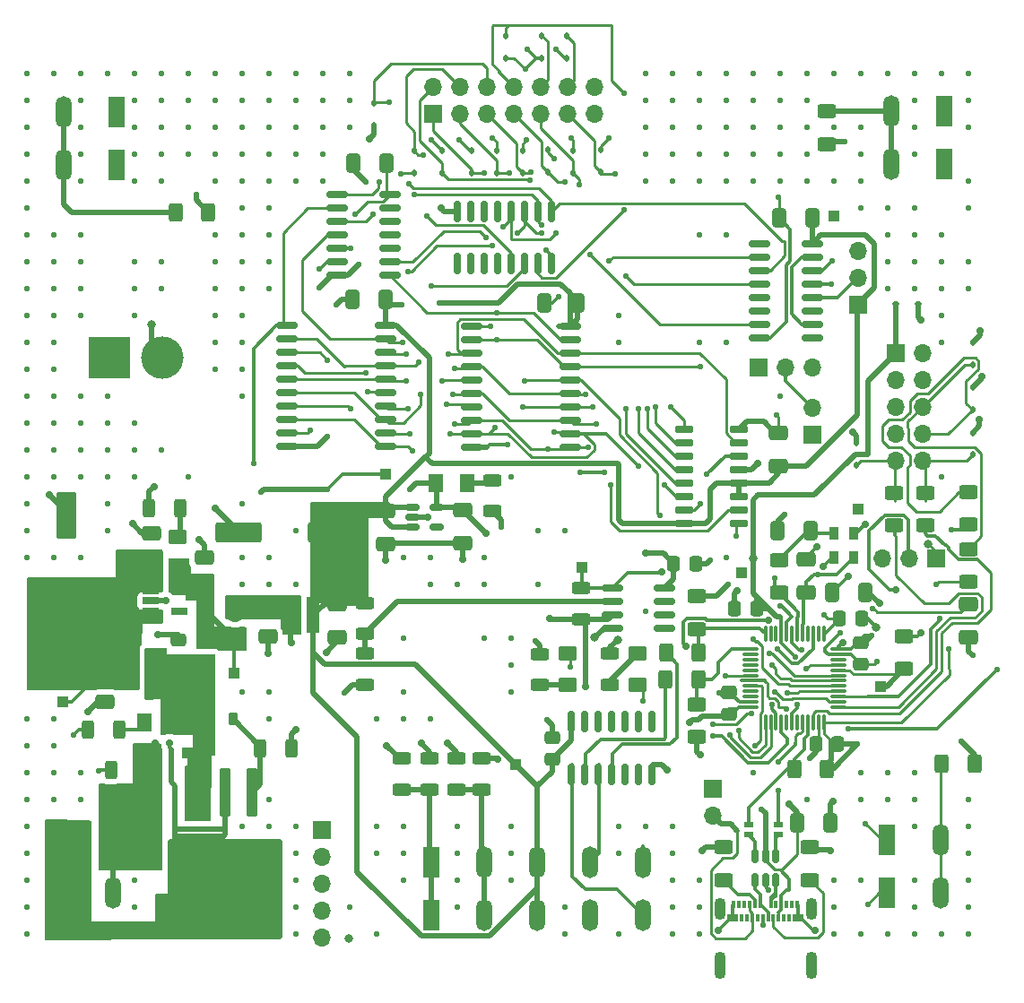
<source format=gbr>
%TF.GenerationSoftware,KiCad,Pcbnew,7.0.8*%
%TF.CreationDate,2024-04-05T12:05:25+02:00*%
%TF.ProjectId,menelaos-rev-4,6d656e65-6c61-46f7-932d-7265762d342e,rev?*%
%TF.SameCoordinates,Original*%
%TF.FileFunction,Copper,L1,Top*%
%TF.FilePolarity,Positive*%
%FSLAX46Y46*%
G04 Gerber Fmt 4.6, Leading zero omitted, Abs format (unit mm)*
G04 Created by KiCad (PCBNEW 7.0.8) date 2024-04-05 12:05:25*
%MOMM*%
%LPD*%
G01*
G04 APERTURE LIST*
G04 Aperture macros list*
%AMRoundRect*
0 Rectangle with rounded corners*
0 $1 Rounding radius*
0 $2 $3 $4 $5 $6 $7 $8 $9 X,Y pos of 4 corners*
0 Add a 4 corners polygon primitive as box body*
4,1,4,$2,$3,$4,$5,$6,$7,$8,$9,$2,$3,0*
0 Add four circle primitives for the rounded corners*
1,1,$1+$1,$2,$3*
1,1,$1+$1,$4,$5*
1,1,$1+$1,$6,$7*
1,1,$1+$1,$8,$9*
0 Add four rect primitives between the rounded corners*
20,1,$1+$1,$2,$3,$4,$5,0*
20,1,$1+$1,$4,$5,$6,$7,0*
20,1,$1+$1,$6,$7,$8,$9,0*
20,1,$1+$1,$8,$9,$2,$3,0*%
G04 Aperture macros list end*
%TA.AperFunction,SMDPad,CuDef*%
%ADD10RoundRect,0.250000X-0.312500X-0.625000X0.312500X-0.625000X0.312500X0.625000X-0.312500X0.625000X0*%
%TD*%
%TA.AperFunction,SMDPad,CuDef*%
%ADD11RoundRect,0.250000X-0.625000X0.312500X-0.625000X-0.312500X0.625000X-0.312500X0.625000X0.312500X0*%
%TD*%
%TA.AperFunction,SMDPad,CuDef*%
%ADD12RoundRect,0.250000X-0.400000X-0.625000X0.400000X-0.625000X0.400000X0.625000X-0.400000X0.625000X0*%
%TD*%
%TA.AperFunction,SMDPad,CuDef*%
%ADD13RoundRect,0.112500X0.112500X-0.187500X0.112500X0.187500X-0.112500X0.187500X-0.112500X-0.187500X0*%
%TD*%
%TA.AperFunction,ComponentPad*%
%ADD14R,1.500000X3.000000*%
%TD*%
%TA.AperFunction,ComponentPad*%
%ADD15O,1.500000X3.000000*%
%TD*%
%TA.AperFunction,SMDPad,CuDef*%
%ADD16RoundRect,0.150000X-0.512500X-0.150000X0.512500X-0.150000X0.512500X0.150000X-0.512500X0.150000X0*%
%TD*%
%TA.AperFunction,SMDPad,CuDef*%
%ADD17RoundRect,0.250000X-0.650000X0.412500X-0.650000X-0.412500X0.650000X-0.412500X0.650000X0.412500X0*%
%TD*%
%TA.AperFunction,SMDPad,CuDef*%
%ADD18RoundRect,0.150000X0.725000X0.150000X-0.725000X0.150000X-0.725000X-0.150000X0.725000X-0.150000X0*%
%TD*%
%TA.AperFunction,SMDPad,CuDef*%
%ADD19RoundRect,0.150000X-0.875000X-0.150000X0.875000X-0.150000X0.875000X0.150000X-0.875000X0.150000X0*%
%TD*%
%TA.AperFunction,ComponentPad*%
%ADD20R,1.700000X1.700000*%
%TD*%
%TA.AperFunction,ComponentPad*%
%ADD21O,1.700000X1.700000*%
%TD*%
%TA.AperFunction,SMDPad,CuDef*%
%ADD22RoundRect,0.250000X-0.625000X0.400000X-0.625000X-0.400000X0.625000X-0.400000X0.625000X0.400000X0*%
%TD*%
%TA.AperFunction,SMDPad,CuDef*%
%ADD23RoundRect,0.250000X1.950000X0.700000X-1.950000X0.700000X-1.950000X-0.700000X1.950000X-0.700000X0*%
%TD*%
%TA.AperFunction,SMDPad,CuDef*%
%ADD24RoundRect,0.250000X0.412500X0.650000X-0.412500X0.650000X-0.412500X-0.650000X0.412500X-0.650000X0*%
%TD*%
%TA.AperFunction,SMDPad,CuDef*%
%ADD25RoundRect,0.250001X-0.462499X-0.624999X0.462499X-0.624999X0.462499X0.624999X-0.462499X0.624999X0*%
%TD*%
%TA.AperFunction,SMDPad,CuDef*%
%ADD26RoundRect,0.250000X0.475000X-0.337500X0.475000X0.337500X-0.475000X0.337500X-0.475000X-0.337500X0*%
%TD*%
%TA.AperFunction,SMDPad,CuDef*%
%ADD27RoundRect,0.250001X-0.624999X0.462499X-0.624999X-0.462499X0.624999X-0.462499X0.624999X0.462499X0*%
%TD*%
%TA.AperFunction,ComponentPad*%
%ADD28R,1.000000X1.000000*%
%TD*%
%TA.AperFunction,SMDPad,CuDef*%
%ADD29RoundRect,0.150000X0.150000X-0.512500X0.150000X0.512500X-0.150000X0.512500X-0.150000X-0.512500X0*%
%TD*%
%TA.AperFunction,SMDPad,CuDef*%
%ADD30R,1.300000X3.400000*%
%TD*%
%TA.AperFunction,SMDPad,CuDef*%
%ADD31RoundRect,0.250000X0.625000X-0.312500X0.625000X0.312500X-0.625000X0.312500X-0.625000X-0.312500X0*%
%TD*%
%TA.AperFunction,SMDPad,CuDef*%
%ADD32RoundRect,0.250000X0.650000X-0.412500X0.650000X0.412500X-0.650000X0.412500X-0.650000X-0.412500X0*%
%TD*%
%TA.AperFunction,SMDPad,CuDef*%
%ADD33RoundRect,0.112500X-0.112500X0.187500X-0.112500X-0.187500X0.112500X-0.187500X0.112500X0.187500X0*%
%TD*%
%TA.AperFunction,SMDPad,CuDef*%
%ADD34RoundRect,0.250000X0.625000X-0.400000X0.625000X0.400000X-0.625000X0.400000X-0.625000X-0.400000X0*%
%TD*%
%TA.AperFunction,SMDPad,CuDef*%
%ADD35R,0.970000X1.220000*%
%TD*%
%TA.AperFunction,SMDPad,CuDef*%
%ADD36RoundRect,0.225000X-0.225000X-0.375000X0.225000X-0.375000X0.225000X0.375000X-0.225000X0.375000X0*%
%TD*%
%TA.AperFunction,SMDPad,CuDef*%
%ADD37RoundRect,0.250001X0.462499X0.624999X-0.462499X0.624999X-0.462499X-0.624999X0.462499X-0.624999X0*%
%TD*%
%TA.AperFunction,SMDPad,CuDef*%
%ADD38R,1.560000X0.650000*%
%TD*%
%TA.AperFunction,SMDPad,CuDef*%
%ADD39RoundRect,0.150000X-0.150000X0.825000X-0.150000X-0.825000X0.150000X-0.825000X0.150000X0.825000X0*%
%TD*%
%TA.AperFunction,SMDPad,CuDef*%
%ADD40RoundRect,0.250001X0.624999X-0.462499X0.624999X0.462499X-0.624999X0.462499X-0.624999X-0.462499X0*%
%TD*%
%TA.AperFunction,SMDPad,CuDef*%
%ADD41RoundRect,0.150000X-0.825000X-0.150000X0.825000X-0.150000X0.825000X0.150000X-0.825000X0.150000X0*%
%TD*%
%TA.AperFunction,SMDPad,CuDef*%
%ADD42RoundRect,0.150000X-0.150000X-0.200000X0.150000X-0.200000X0.150000X0.200000X-0.150000X0.200000X0*%
%TD*%
%TA.AperFunction,SMDPad,CuDef*%
%ADD43R,0.900000X0.600000*%
%TD*%
%TA.AperFunction,SMDPad,CuDef*%
%ADD44RoundRect,0.250000X-0.475000X0.337500X-0.475000X-0.337500X0.475000X-0.337500X0.475000X0.337500X0*%
%TD*%
%TA.AperFunction,SMDPad,CuDef*%
%ADD45RoundRect,0.250000X-0.337500X-0.475000X0.337500X-0.475000X0.337500X0.475000X-0.337500X0.475000X0*%
%TD*%
%TA.AperFunction,SMDPad,CuDef*%
%ADD46RoundRect,0.250000X-0.412500X-0.650000X0.412500X-0.650000X0.412500X0.650000X-0.412500X0.650000X0*%
%TD*%
%TA.AperFunction,SMDPad,CuDef*%
%ADD47RoundRect,0.112500X-0.187500X-0.112500X0.187500X-0.112500X0.187500X0.112500X-0.187500X0.112500X0*%
%TD*%
%TA.AperFunction,SMDPad,CuDef*%
%ADD48RoundRect,0.250000X0.337500X0.475000X-0.337500X0.475000X-0.337500X-0.475000X0.337500X-0.475000X0*%
%TD*%
%TA.AperFunction,SMDPad,CuDef*%
%ADD49RoundRect,0.250000X-0.300000X2.050000X-0.300000X-2.050000X0.300000X-2.050000X0.300000X2.050000X0*%
%TD*%
%TA.AperFunction,SMDPad,CuDef*%
%ADD50RoundRect,0.250000X-2.375000X2.025000X-2.375000X-2.025000X2.375000X-2.025000X2.375000X2.025000X0*%
%TD*%
%TA.AperFunction,SMDPad,CuDef*%
%ADD51RoundRect,0.250002X-5.149998X4.449998X-5.149998X-4.449998X5.149998X-4.449998X5.149998X4.449998X0*%
%TD*%
%TA.AperFunction,SMDPad,CuDef*%
%ADD52RoundRect,0.075000X-0.075000X0.662500X-0.075000X-0.662500X0.075000X-0.662500X0.075000X0.662500X0*%
%TD*%
%TA.AperFunction,SMDPad,CuDef*%
%ADD53RoundRect,0.075000X-0.662500X0.075000X-0.662500X-0.075000X0.662500X-0.075000X0.662500X0.075000X0*%
%TD*%
%TA.AperFunction,SMDPad,CuDef*%
%ADD54RoundRect,0.250000X0.700000X-1.950000X0.700000X1.950000X-0.700000X1.950000X-0.700000X-1.950000X0*%
%TD*%
%TA.AperFunction,ComponentPad*%
%ADD55R,4.000000X4.000000*%
%TD*%
%TA.AperFunction,ComponentPad*%
%ADD56C,4.000000*%
%TD*%
%TA.AperFunction,SMDPad,CuDef*%
%ADD57RoundRect,0.150000X0.150000X-0.825000X0.150000X0.825000X-0.150000X0.825000X-0.150000X-0.825000X0*%
%TD*%
%TA.AperFunction,SMDPad,CuDef*%
%ADD58R,0.300000X0.700000*%
%TD*%
%TA.AperFunction,SMDPad,CuDef*%
%ADD59R,1.000000X0.700000*%
%TD*%
%TA.AperFunction,ComponentPad*%
%ADD60O,1.100000X2.100000*%
%TD*%
%TA.AperFunction,ComponentPad*%
%ADD61O,1.100000X2.600000*%
%TD*%
%TA.AperFunction,ViaPad*%
%ADD62C,0.550000*%
%TD*%
%TA.AperFunction,ViaPad*%
%ADD63C,0.700000*%
%TD*%
%TA.AperFunction,ViaPad*%
%ADD64C,0.800000*%
%TD*%
%TA.AperFunction,Conductor*%
%ADD65C,0.300000*%
%TD*%
%TA.AperFunction,Conductor*%
%ADD66C,0.500000*%
%TD*%
%TA.AperFunction,Conductor*%
%ADD67C,0.293370*%
%TD*%
%TA.AperFunction,Conductor*%
%ADD68C,0.150000*%
%TD*%
G04 APERTURE END LIST*
D10*
%TO.P,R202,1*%
%TO.N,/power/POL-FET-G*%
X211037500Y-116450000D03*
%TO.P,R202,2*%
%TO.N,GND*%
X213962500Y-116450000D03*
%TD*%
D11*
%TO.P,R205,1*%
%TO.N,blue*%
X220950000Y-102737500D03*
%TO.P,R205,2*%
%TO.N,/power/V-REF*%
X220950000Y-105662500D03*
%TD*%
D12*
%TO.P,R601,1*%
%TO.N,_zero*%
X203050000Y-65850000D03*
%TO.P,R601,2*%
%TO.N,+3.3V*%
X206150000Y-65850000D03*
%TD*%
D13*
%TO.P,U408,1*%
%TO.N,e*%
X240600000Y-62100000D03*
%TO.P,U408,2*%
%TO.N,GND*%
X240600000Y-60000000D03*
%TD*%
D14*
%TO.P,J501,1*%
%TO.N,red*%
X227200000Y-127250000D03*
X227200000Y-132250000D03*
D15*
%TO.P,J501,2*%
%TO.N,white*%
X232200000Y-127250000D03*
X232200000Y-132250000D03*
%TO.P,J501,3*%
%TO.N,blue*%
X237200000Y-127250000D03*
X237200000Y-132250000D03*
%TO.P,J501,4*%
%TO.N,yellow*%
X242200000Y-127250000D03*
X242200000Y-132250000D03*
%TO.P,J501,5*%
%TO.N,black*%
X247200000Y-127250000D03*
X247200000Y-132250000D03*
%TD*%
D16*
%TO.P,U202,1,VIN*%
%TO.N,blue*%
X225462500Y-93700000D03*
%TO.P,U202,2,GND*%
%TO.N,GND*%
X225462500Y-94650000D03*
%TO.P,U202,3,EN*%
%TO.N,blue*%
X225462500Y-95600000D03*
%TO.P,U202,4,NC*%
%TO.N,unconnected-(U202-NC-Pad4)*%
X227737500Y-95600000D03*
%TO.P,U202,5,VOUT*%
%TO.N,+3.3V*%
X227737500Y-93700000D03*
%TD*%
D17*
%TO.P,C310,1*%
%TO.N,/mcu/JUMPER_NRST*%
X277900000Y-102837500D03*
%TO.P,C310,2*%
%TO.N,GND*%
X277900000Y-105962500D03*
%TD*%
D18*
%TO.P,U404,1,D1*%
%TO.N,/seven-segment-display/BCD_out2*%
X256250000Y-95220000D03*
%TO.P,U404,2,D2*%
%TO.N,/seven-segment-display/BCD_out3*%
X256250000Y-93950000D03*
%TO.P,U404,3,LT*%
%TO.N,blue*%
X256250000Y-92680000D03*
%TO.P,U404,4,BL*%
X256250000Y-91410000D03*
%TO.P,U404,5,LE*%
%TO.N,GND*%
X256250000Y-90140000D03*
%TO.P,U404,6,D3*%
%TO.N,/seven-segment-display/BCD_out4*%
X256250000Y-88870000D03*
%TO.P,U404,7,D0*%
%TO.N,/seven-segment-display/BCD_out1*%
X256250000Y-87600000D03*
%TO.P,U404,8,GND*%
%TO.N,GND*%
X256250000Y-86330000D03*
%TO.P,U404,9,e*%
%TO.N,e*%
X251100000Y-86330000D03*
%TO.P,U404,10,d*%
%TO.N,d*%
X251100000Y-87600000D03*
%TO.P,U404,11,c*%
%TO.N,c*%
X251100000Y-88870000D03*
%TO.P,U404,12,b*%
%TO.N,b*%
X251100000Y-90140000D03*
%TO.P,U404,13,a*%
%TO.N,a*%
X251100000Y-91410000D03*
%TO.P,U404,14,g*%
%TO.N,g*%
X251100000Y-92680000D03*
%TO.P,U404,15,f*%
%TO.N,f*%
X251100000Y-93950000D03*
%TO.P,U404,16,VCC*%
%TO.N,blue*%
X251100000Y-95220000D03*
%TD*%
D17*
%TO.P,C207,1*%
%TO.N,blue*%
X218350000Y-102825000D03*
%TO.P,C207,2*%
%TO.N,GND*%
X218350000Y-105950000D03*
%TD*%
D19*
%TO.P,U405,1,1OE*%
%TO.N,_tens*%
X231000000Y-76580000D03*
%TO.P,U405,2,1A0*%
%TO.N,_a1*%
X231000000Y-77850000D03*
%TO.P,U405,3,2Y0*%
%TO.N,/seven-segment-display/BCD_out1*%
X231000000Y-79120000D03*
%TO.P,U405,4,1A1*%
%TO.N,_a2*%
X231000000Y-80390000D03*
%TO.P,U405,5,2Y1*%
%TO.N,/seven-segment-display/BCD_out2*%
X231000000Y-81660000D03*
%TO.P,U405,6,1A2*%
%TO.N,_a3*%
X231000000Y-82930000D03*
%TO.P,U405,7,2Y2*%
%TO.N,/seven-segment-display/BCD_out3*%
X231000000Y-84200000D03*
%TO.P,U405,8,1A3*%
%TO.N,_a4*%
X231000000Y-85470000D03*
%TO.P,U405,9,2Y3*%
%TO.N,/seven-segment-display/BCD_out4*%
X231000000Y-86740000D03*
%TO.P,U405,10,GND*%
%TO.N,GND*%
X231000000Y-88010000D03*
%TO.P,U405,11,2A3*%
%TO.N,_a4*%
X240300000Y-88010000D03*
%TO.P,U405,12,1Y3*%
%TO.N,/seven-segment-display/BCD_out4*%
X240300000Y-86740000D03*
%TO.P,U405,13,2A2*%
%TO.N,_a3*%
X240300000Y-85470000D03*
%TO.P,U405,14,1Y2*%
%TO.N,/seven-segment-display/BCD_out3*%
X240300000Y-84200000D03*
%TO.P,U405,15,2A1*%
%TO.N,_a2*%
X240300000Y-82930000D03*
%TO.P,U405,16,1Y1*%
%TO.N,/seven-segment-display/BCD_out2*%
X240300000Y-81660000D03*
%TO.P,U405,17,2A0*%
%TO.N,_a1*%
X240300000Y-80390000D03*
%TO.P,U405,18,1Y0*%
%TO.N,/seven-segment-display/BCD_out1*%
X240300000Y-79120000D03*
%TO.P,U405,19,2OE*%
%TO.N,_hundreds*%
X240300000Y-77850000D03*
%TO.P,U405,20,VCC*%
%TO.N,blue*%
X240300000Y-76580000D03*
%TD*%
D14*
%TO.P,J201,1,Pin_1*%
%TO.N,/power/POL-FET-D*%
X192150000Y-125150000D03*
X192150000Y-130150000D03*
D15*
%TO.P,J201,2,Pin_2*%
%TO.N,/power/PowerIn-*%
X197150000Y-125150000D03*
X197150000Y-130150000D03*
%TD*%
D20*
%TO.P,J401,1,Pin_1*%
%TO.N,blue*%
X267500000Y-74600000D03*
D21*
%TO.P,J401,2,Pin_2*%
%TO.N,/seven-segment-display/4017_TC*%
X267500000Y-72060000D03*
%TO.P,J401,3,Pin_3*%
%TO.N,GND*%
X267500000Y-69520000D03*
%TD*%
D12*
%TO.P,R304,1*%
%TO.N,/mcu/USB_D+*%
X261450000Y-118400000D03*
%TO.P,R304,2*%
%TO.N,+3.3V*%
X264550000Y-118400000D03*
%TD*%
D22*
%TO.P,R311,1*%
%TO.N,/mcu/CONN_NRST*%
X277900000Y-97650000D03*
%TO.P,R311,2*%
%TO.N,/mcu/JUMPER_NRST*%
X277900000Y-100750000D03*
%TD*%
%TO.P,R310,1*%
%TO.N,/mcu/CONN_SWO*%
X277900000Y-92250000D03*
%TO.P,R310,2*%
%TO.N,/mcu/MCU_SWO*%
X277900000Y-95350000D03*
%TD*%
D23*
%TO.P,C208,1*%
%TO.N,blue*%
X217700000Y-96050000D03*
%TO.P,C208,2*%
%TO.N,GND*%
X209000000Y-96050000D03*
%TD*%
D11*
%TO.P,R501,1*%
%TO.N,GND*%
X224430000Y-117447500D03*
%TO.P,R501,2*%
%TO.N,red*%
X224430000Y-120372500D03*
%TD*%
D24*
%TO.P,C401,1*%
%TO.N,blue*%
X263162500Y-66400000D03*
%TO.P,C401,2*%
%TO.N,GND*%
X260037500Y-66400000D03*
%TD*%
D14*
%TO.P,J601,1,Pin_1*%
%TO.N,GND*%
X197500000Y-61400000D03*
X197500000Y-56400000D03*
D15*
%TO.P,J601,2,Pin_2*%
%TO.N,_zero*%
X192500000Y-61400000D03*
X192500000Y-56400000D03*
%TD*%
D11*
%TO.P,R503,1*%
%TO.N,GND*%
X231980000Y-117422500D03*
%TO.P,R503,2*%
%TO.N,white*%
X231980000Y-120347500D03*
%TD*%
D25*
%TO.P,D203,1,K*%
%TO.N,/power/12V-Unfiltered__LED_K*%
X200112500Y-114000000D03*
%TO.P,D203,2,A*%
%TO.N,/power/12V-Unfiltered*%
X203087500Y-114000000D03*
%TD*%
D26*
%TO.P,C304,1*%
%TO.N,+3.3V*%
X255300000Y-113237500D03*
%TO.P,C304,2*%
%TO.N,GND*%
X255300000Y-111162500D03*
%TD*%
D27*
%TO.P,D204,1,K*%
%TO.N,/power/LDO_LED_K*%
X203250000Y-96512500D03*
%TO.P,D204,2,A*%
%TO.N,/power/5V-Jumper*%
X203250000Y-99487500D03*
%TD*%
D20*
%TO.P,J402,1,Pin_1*%
%TO.N,a*%
X227375000Y-56525000D03*
D21*
%TO.P,J402,2,Pin_2*%
%TO.N,b*%
X229915000Y-56525000D03*
%TO.P,J402,3,Pin_3*%
%TO.N,c*%
X232455000Y-56525000D03*
%TO.P,J402,4,Pin_4*%
%TO.N,d*%
X234995000Y-56525000D03*
%TO.P,J402,5,Pin_5*%
%TO.N,e*%
X237535000Y-56525000D03*
%TO.P,J402,6,Pin_6*%
%TO.N,f*%
X240075000Y-56525000D03*
%TO.P,J402,7,Pin_7*%
%TO.N,unconnected-(J402-Pin_7-Pad7)*%
X242615000Y-56525000D03*
%TO.P,J402,8,Pin_8*%
%TO.N,unconnected-(J402-Pin_8-Pad8)*%
X242615000Y-53985000D03*
%TO.P,J402,9,Pin_9*%
%TO.N,g*%
X240075000Y-53985000D03*
%TO.P,J402,10,Pin_10*%
%TO.N,dp*%
X237535000Y-53985000D03*
%TO.P,J402,11,Pin_11*%
%TO.N,ones*%
X234995000Y-53985000D03*
%TO.P,J402,12,Pin_12*%
%TO.N,tens*%
X232455000Y-53985000D03*
%TO.P,J402,13,Pin_13*%
%TO.N,hundreds*%
X229915000Y-53985000D03*
%TO.P,J402,14,Pin_14*%
%TO.N,thousands*%
X227375000Y-53985000D03*
%TD*%
D28*
%TO.P,TP303,1,1*%
%TO.N,/mcu/BOOT0*%
X269600000Y-110600000D03*
%TD*%
D11*
%TO.P,R206,1*%
%TO.N,/power/V-REF*%
X220950000Y-107505000D03*
%TO.P,R206,2*%
%TO.N,GND*%
X220950000Y-110430000D03*
%TD*%
D29*
%TO.P,U307,1,I/O1*%
%TO.N,/mcu/USB_CONN_D+*%
X257800000Y-128887500D03*
%TO.P,U307,2,GND*%
%TO.N,GND*%
X258750000Y-128887500D03*
%TO.P,U307,3,I/O2*%
%TO.N,/mcu/USB_CONN_D-*%
X259700000Y-128887500D03*
%TO.P,U307,4,I/O2*%
%TO.N,/mcu/USB_CMC_D-*%
X259700000Y-126612500D03*
%TO.P,U307,5,VBUS*%
%TO.N,VBUS*%
X258750000Y-126612500D03*
%TO.P,U307,6,I/O1*%
%TO.N,/mcu/USB_CMC_D+*%
X257800000Y-126612500D03*
%TD*%
D28*
%TO.P,TP401,1,1*%
%TO.N,_clk*%
X265200000Y-66200000D03*
%TD*%
D30*
%TO.P,L202,1,1*%
%TO.N,Unfiltered_5V*%
X213950000Y-103900000D03*
%TO.P,L202,2,2*%
%TO.N,blue*%
X216050000Y-103900000D03*
%TD*%
D31*
%TO.P,R305,1*%
%TO.N,/mcu/MCU_LED2-K*%
X237450000Y-110482500D03*
%TO.P,R305,2*%
%TO.N,GND*%
X237450000Y-107557500D03*
%TD*%
D11*
%TO.P,R504,1*%
%TO.N,GND*%
X229530000Y-117422500D03*
%TO.P,R504,2*%
%TO.N,white*%
X229530000Y-120347500D03*
%TD*%
D17*
%TO.P,C210,1*%
%TO.N,+3.3V*%
X230200000Y-93975000D03*
%TO.P,C210,2*%
%TO.N,GND*%
X230200000Y-97100000D03*
%TD*%
D13*
%TO.P,U305,1*%
%TO.N,/mcu/CONN_SWO*%
X278300000Y-84450000D03*
%TO.P,U305,2*%
%TO.N,GND*%
X278300000Y-82350000D03*
%TD*%
D32*
%TO.P,C301,1*%
%TO.N,/mcu/HSE_IN*%
X262620000Y-101760000D03*
%TO.P,C301,2*%
%TO.N,GND*%
X262620000Y-98635000D03*
%TD*%
D20*
%TO.P,J301,1,Pin_1*%
%TO.N,+3.3V*%
X271050000Y-79120000D03*
D21*
%TO.P,J301,2,Pin_2*%
%TO.N,GND*%
X273590000Y-79120000D03*
%TO.P,J301,3,Pin_3*%
X271050000Y-81660000D03*
%TO.P,J301,4,Pin_4*%
%TO.N,unconnected-(J301-Pin_4-Pad4)*%
X273590000Y-81660000D03*
%TO.P,J301,5,Pin_5*%
%TO.N,GND*%
X271050000Y-84200000D03*
%TO.P,J301,6,Pin_6*%
%TO.N,/mcu/CONN_NRST*%
X273590000Y-84200000D03*
%TO.P,J301,7,Pin_7*%
%TO.N,unconnected-(J301-Pin_7-Pad7)*%
X271050000Y-86740000D03*
%TO.P,J301,8,Pin_8*%
%TO.N,/mcu/CONN_SWO*%
X273590000Y-86740000D03*
%TO.P,J301,9,Pin_9*%
%TO.N,/mcu/CONN_SWCLK*%
X271050000Y-89280000D03*
%TO.P,J301,10,Pin_10*%
%TO.N,/mcu/CONN_SWDIO*%
X273590000Y-89280000D03*
%TD*%
D12*
%TO.P,R603,1*%
%TO.N,_mode*%
X275400000Y-117950000D03*
%TO.P,R603,2*%
%TO.N,+3.3V*%
X278500000Y-117950000D03*
%TD*%
D22*
%TO.P,R602,1*%
%TO.N,_config*%
X264550000Y-56300000D03*
%TO.P,R602,2*%
%TO.N,+3.3V*%
X264550000Y-59400000D03*
%TD*%
D31*
%TO.P,R303,1*%
%TO.N,/mcu/MCU_LED1-K*%
X244070000Y-110472500D03*
%TO.P,R303,2*%
%TO.N,GND*%
X244070000Y-107547500D03*
%TD*%
D33*
%TO.P,U415,1*%
%TO.N,tens*%
X221800000Y-55550000D03*
%TO.P,U415,2*%
%TO.N,GND*%
X221800000Y-57650000D03*
%TD*%
D34*
%TO.P,R507,1*%
%TO.N,GND*%
X252300000Y-115400000D03*
%TO.P,R507,2*%
%TO.N,_chB*%
X252300000Y-112300000D03*
%TD*%
D22*
%TO.P,R308,1*%
%TO.N,/mcu/CONN_SWDIO*%
X273830000Y-92330000D03*
%TO.P,R308,2*%
%TO.N,/mcu/MCU_SWDIO*%
X273830000Y-95430000D03*
%TD*%
D35*
%TO.P,Y301,1*%
%TO.N,/mcu/HSE_IN*%
X267050000Y-98435000D03*
%TO.P,Y301,2,GND*%
%TO.N,GND*%
X267050000Y-96145000D03*
%TO.P,Y301,3*%
%TO.N,/mcu/XTAL_IN*%
X265210000Y-96145000D03*
%TO.P,Y301,4,GND__1*%
%TO.N,GND*%
X265210000Y-98435000D03*
%TD*%
D36*
%TO.P,D202,1,K*%
%TO.N,/power/12V-Unfiltered*%
X205150000Y-113700000D03*
%TO.P,D202,2,A*%
%TO.N,/power/POL-FET-G*%
X208450000Y-113700000D03*
%TD*%
D32*
%TO.P,C205,1*%
%TO.N,/power/5V-Jumper*%
X205750000Y-101562500D03*
%TO.P,C205,2*%
%TO.N,GND*%
X205750000Y-98437500D03*
%TD*%
D13*
%TO.P,U412,1*%
%TO.N,a*%
X231000000Y-62100000D03*
%TO.P,U412,2*%
%TO.N,GND*%
X231000000Y-60000000D03*
%TD*%
D17*
%TO.P,C206,1*%
%TO.N,Unfiltered_5V*%
X211750000Y-102812500D03*
%TO.P,C206,2*%
%TO.N,GND*%
X211750000Y-105937500D03*
%TD*%
D24*
%TO.P,C402,1*%
%TO.N,blue*%
X222862500Y-74100000D03*
%TO.P,C402,2*%
%TO.N,GND*%
X219737500Y-74100000D03*
%TD*%
D37*
%TO.P,D205,1,K*%
%TO.N,/power/LDO2_LED_K*%
X230625000Y-91400000D03*
%TO.P,D205,2,A*%
%TO.N,+3.3V*%
X227650000Y-91400000D03*
%TD*%
D33*
%TO.P,U414,1*%
%TO.N,hundreds*%
X225600000Y-60050000D03*
%TO.P,U414,2*%
%TO.N,GND*%
X225600000Y-62150000D03*
%TD*%
D13*
%TO.P,U303,1*%
%TO.N,/mcu/CONN_SWDIO*%
X278300000Y-88750000D03*
%TO.P,U303,2*%
%TO.N,GND*%
X278300000Y-86650000D03*
%TD*%
D32*
%TO.P,C404,1*%
%TO.N,blue*%
X260000000Y-89775000D03*
%TO.P,C404,2*%
%TO.N,GND*%
X260000000Y-86650000D03*
%TD*%
D38*
%TO.P,U201,1,Vin*%
%TO.N,+12V*%
X200700000Y-101600000D03*
%TO.P,U201,2,GND*%
%TO.N,GND*%
X200700000Y-102550000D03*
%TO.P,U201,3,EN*%
%TO.N,+12V*%
X200700000Y-103500000D03*
%TO.P,U201,4,NC*%
%TO.N,unconnected-(U201-NC-Pad4)*%
X203400000Y-103500000D03*
%TO.P,U201,5,Vout*%
%TO.N,/power/5V-Jumper*%
X203400000Y-101600000D03*
%TD*%
D39*
%TO.P,U406,1,I1*%
%TO.N,/seven-segment-display/COUNT_0*%
X238545000Y-65725000D03*
%TO.P,U406,2,I2*%
%TO.N,/seven-segment-display/COUNT_1*%
X237275000Y-65725000D03*
%TO.P,U406,3,I3*%
%TO.N,/seven-segment-display/COUNT_2*%
X236005000Y-65725000D03*
%TO.P,U406,4,I4*%
%TO.N,/seven-segment-display/COUNT_3*%
X234735000Y-65725000D03*
%TO.P,U406,5,I5*%
%TO.N,unconnected-(U406-I5-Pad5)*%
X233465000Y-65725000D03*
%TO.P,U406,6,I6*%
%TO.N,unconnected-(U406-I6-Pad6)*%
X232195000Y-65725000D03*
%TO.P,U406,7,I7*%
%TO.N,unconnected-(U406-I7-Pad7)*%
X230925000Y-65725000D03*
%TO.P,U406,8,GND*%
%TO.N,GND*%
X229655000Y-65725000D03*
%TO.P,U406,9,COM*%
%TO.N,unconnected-(U406-COM-Pad9)*%
X229655000Y-70675000D03*
%TO.P,U406,10,O7*%
%TO.N,unconnected-(U406-O7-Pad10)*%
X230925000Y-70675000D03*
%TO.P,U406,11,O6*%
%TO.N,unconnected-(U406-O6-Pad11)*%
X232195000Y-70675000D03*
%TO.P,U406,12,O5*%
%TO.N,unconnected-(U406-O5-Pad12)*%
X233465000Y-70675000D03*
%TO.P,U406,13,O4*%
%TO.N,hundreds*%
X234735000Y-70675000D03*
%TO.P,U406,14,O3*%
%TO.N,tens*%
X236005000Y-70675000D03*
%TO.P,U406,15,O2*%
%TO.N,ones*%
X237275000Y-70675000D03*
%TO.P,U406,16,O1*%
%TO.N,thousands*%
X238545000Y-70675000D03*
%TD*%
D28*
%TO.P,TP206,1,1*%
%TO.N,+3.3V*%
X222900000Y-90600000D03*
%TD*%
D34*
%TO.P,R302,1*%
%TO.N,/mcu/HSE_OUT*%
X260020000Y-101770000D03*
%TO.P,R302,2*%
%TO.N,/mcu/XTAL_IN*%
X260020000Y-98670000D03*
%TD*%
D40*
%TO.P,D302,1,K*%
%TO.N,/mcu/MCU_LED2-K*%
X240100000Y-110475000D03*
%TO.P,D302,2,A*%
%TO.N,/mcu/MCU_LED2*%
X240100000Y-107500000D03*
%TD*%
D31*
%TO.P,R208,1*%
%TO.N,+3.3V*%
X241310000Y-104292500D03*
%TO.P,R208,2*%
%TO.N,_save*%
X241310000Y-101367500D03*
%TD*%
D22*
%TO.P,R307,1*%
%TO.N,GND*%
X262950000Y-125800000D03*
%TO.P,R307,2*%
%TO.N,/mcu/USB_CONN_CC2*%
X262950000Y-128900000D03*
%TD*%
D28*
%TO.P,TP203,1,1*%
%TO.N,/power/5V-Jumper*%
X208600000Y-109400000D03*
%TD*%
D33*
%TO.P,U417,1*%
%TO.N,dp*%
X237600000Y-49150000D03*
%TO.P,U417,2*%
%TO.N,GND*%
X237600000Y-51250000D03*
%TD*%
D30*
%TO.P,L201,1,1*%
%TO.N,/power/12V-Unfiltered*%
X200900000Y-108850000D03*
%TO.P,L201,2,2*%
%TO.N,+12V*%
X198800000Y-108850000D03*
%TD*%
D11*
%TO.P,R502,1*%
%TO.N,GND*%
X227030000Y-117447500D03*
%TO.P,R502,2*%
%TO.N,red*%
X227030000Y-120372500D03*
%TD*%
D32*
%TO.P,C204,1*%
%TO.N,+12V*%
X200800000Y-99262500D03*
%TO.P,C204,2*%
%TO.N,GND*%
X200800000Y-96137500D03*
%TD*%
D41*
%TO.P,U402,1,5*%
%TO.N,unconnected-(U402-5-Pad1)*%
X258200000Y-68780000D03*
%TO.P,U402,2,1*%
%TO.N,/seven-segment-display/COUNT_1*%
X258200000Y-70050000D03*
%TO.P,U402,3,0*%
%TO.N,/seven-segment-display/COUNT_0*%
X258200000Y-71320000D03*
%TO.P,U402,4,2*%
%TO.N,/seven-segment-display/COUNT_2*%
X258200000Y-72590000D03*
%TO.P,U402,5,6*%
%TO.N,unconnected-(U402-6-Pad5)*%
X258200000Y-73860000D03*
%TO.P,U402,6,7*%
%TO.N,unconnected-(U402-7-Pad6)*%
X258200000Y-75130000D03*
%TO.P,U402,7,3*%
%TO.N,/seven-segment-display/COUNT_3*%
X258200000Y-76400000D03*
%TO.P,U402,8,GND*%
%TO.N,GND*%
X258200000Y-77670000D03*
%TO.P,U402,9,8*%
%TO.N,unconnected-(U402-8-Pad9)*%
X263150000Y-77670000D03*
%TO.P,U402,10,4*%
%TO.N,/seven-segment-display/4017_RST*%
X263150000Y-76400000D03*
%TO.P,U402,11,9*%
%TO.N,unconnected-(U402-9-Pad11)*%
X263150000Y-75130000D03*
%TO.P,U402,12,TERMINAL_COUNT*%
%TO.N,/seven-segment-display/4017_TC*%
X263150000Y-73860000D03*
%TO.P,U402,13,CLOCK_ENABLE*%
%TO.N,GND*%
X263150000Y-72590000D03*
%TO.P,U402,14,CLOCK*%
%TO.N,_clk*%
X263150000Y-71320000D03*
%TO.P,U402,15,MASTER_RESET*%
%TO.N,/seven-segment-display/4017_RST*%
X263150000Y-70050000D03*
%TO.P,U402,16,Vcc*%
%TO.N,blue*%
X263150000Y-68780000D03*
%TD*%
D13*
%TO.P,U306,1*%
%TO.N,/mcu/CONN_NRST*%
X278300000Y-80250000D03*
%TO.P,U306,2*%
%TO.N,GND*%
X278300000Y-78150000D03*
%TD*%
%TO.P,U409,1*%
%TO.N,d*%
X238200000Y-62050000D03*
%TO.P,U409,2*%
%TO.N,GND*%
X238200000Y-59950000D03*
%TD*%
D42*
%TO.P,D201,1,K*%
%TO.N,/power/POL-FET-D*%
X202500000Y-116000000D03*
%TO.P,D201,2,A*%
%TO.N,/power/PowerIn-*%
X201100000Y-116000000D03*
%TD*%
D20*
%TO.P,J303,1,Pin_1*%
%TO.N,GND*%
X216900000Y-124200000D03*
D21*
%TO.P,J303,2,Pin_2*%
X216900000Y-126740000D03*
%TO.P,J303,3,Pin_3*%
X216900000Y-129280000D03*
%TO.P,J303,4,Pin_4*%
X216900000Y-131820000D03*
%TO.P,J303,5,Pin_5*%
X216900000Y-134360000D03*
%TD*%
D11*
%TO.P,R207,1*%
%TO.N,/power/LDO2_LED_K*%
X233000000Y-91137500D03*
%TO.P,R207,2*%
%TO.N,GND*%
X233000000Y-94062500D03*
%TD*%
D20*
%TO.P,JP201,1,A*%
%TO.N,/power/5V-Jumper*%
X208700000Y-106275000D03*
D21*
%TO.P,JP201,2,B*%
%TO.N,Unfiltered_5V*%
X208700000Y-103735000D03*
%TD*%
D22*
%TO.P,R301,1*%
%TO.N,/mcu/BOOT_JUMPER*%
X271810000Y-105870000D03*
%TO.P,R301,2*%
%TO.N,/mcu/BOOT0*%
X271810000Y-108970000D03*
%TD*%
D24*
%TO.P,C405,1*%
%TO.N,blue*%
X222962500Y-61200000D03*
%TO.P,C405,2*%
%TO.N,GND*%
X219837500Y-61200000D03*
%TD*%
D43*
%TO.P,U308,1,1*%
%TO.N,/mcu/USB_D-*%
X259950000Y-123650000D03*
%TO.P,U308,2,2*%
%TO.N,/mcu/USB_D+*%
X257150000Y-123650000D03*
%TO.P,U308,3,3*%
%TO.N,/mcu/USB_CMC_D+*%
X257150000Y-124650000D03*
%TO.P,U308,4,4*%
%TO.N,/mcu/USB_CMC_D-*%
X259950000Y-124650000D03*
%TD*%
D13*
%TO.P,U413,1*%
%TO.N,thousands*%
X228200000Y-62100000D03*
%TO.P,U413,2*%
%TO.N,GND*%
X228200000Y-60000000D03*
%TD*%
D20*
%TO.P,JP304,1,A*%
%TO.N,+3.3V*%
X258120000Y-80510000D03*
D21*
%TO.P,JP304,2,C*%
%TO.N,/mcu/MCU_NRST*%
X260660000Y-80510000D03*
%TO.P,JP304,3,B*%
%TO.N,GND*%
X263200000Y-80510000D03*
%TD*%
D44*
%TO.P,C307,1*%
%TO.N,+3.3V*%
X267760000Y-106482500D03*
%TO.P,C307,2*%
%TO.N,GND*%
X267760000Y-108557500D03*
%TD*%
D20*
%TO.P,JP303,1,A*%
%TO.N,/mcu/JUMPER_NRST*%
X263180000Y-86840000D03*
D21*
%TO.P,JP303,2,B*%
%TO.N,/mcu/MCU_NRST*%
X263180000Y-84300000D03*
%TD*%
D12*
%TO.P,R506,1*%
%TO.N,/cable/SCHMITT_A*%
X249350000Y-107450000D03*
%TO.P,R506,2*%
%TO.N,_chA*%
X252450000Y-107450000D03*
%TD*%
D45*
%TO.P,C305,1*%
%TO.N,+3.3V*%
X265762500Y-104200000D03*
%TO.P,C305,2*%
%TO.N,GND*%
X267837500Y-104200000D03*
%TD*%
D12*
%TO.P,R505,1*%
%TO.N,/cable/SCHMITT_B*%
X249300000Y-109950000D03*
%TO.P,R505,2*%
%TO.N,_chB*%
X252400000Y-109950000D03*
%TD*%
D41*
%TO.P,U203,1*%
%TO.N,_save*%
X244290000Y-101330000D03*
%TO.P,U203,2,-*%
%TO.N,/power/V-REF*%
X244290000Y-102600000D03*
%TO.P,U203,3,+*%
%TO.N,+3.3V*%
X244290000Y-103870000D03*
%TO.P,U203,4,V-*%
%TO.N,GND*%
X244290000Y-105140000D03*
%TO.P,U203,5,+*%
%TO.N,unconnected-(U203B-+-Pad5)*%
X249240000Y-105140000D03*
%TO.P,U203,6,-*%
%TO.N,unconnected-(U203B---Pad6)*%
X249240000Y-103870000D03*
%TO.P,U203,7*%
%TO.N,unconnected-(U203-Pad7)*%
X249240000Y-102600000D03*
%TO.P,U203,8,V+*%
%TO.N,+3.3V*%
X249240000Y-101330000D03*
%TD*%
D10*
%TO.P,R204,1*%
%TO.N,GND*%
X200537500Y-93750000D03*
%TO.P,R204,2*%
%TO.N,/power/LDO_LED_K*%
X203462500Y-93750000D03*
%TD*%
D19*
%TO.P,U401,1,1OE*%
%TO.N,_thousands*%
X213600000Y-76530000D03*
%TO.P,U401,2,1A0*%
%TO.N,_a1*%
X213600000Y-77800000D03*
%TO.P,U401,3,2Y0*%
%TO.N,/seven-segment-display/BCD_out1*%
X213600000Y-79070000D03*
%TO.P,U401,4,1A1*%
%TO.N,_a2*%
X213600000Y-80340000D03*
%TO.P,U401,5,2Y1*%
%TO.N,/seven-segment-display/BCD_out2*%
X213600000Y-81610000D03*
%TO.P,U401,6,1A2*%
%TO.N,_a3*%
X213600000Y-82880000D03*
%TO.P,U401,7,2Y2*%
%TO.N,/seven-segment-display/BCD_out3*%
X213600000Y-84150000D03*
%TO.P,U401,8,1A3*%
%TO.N,_a4*%
X213600000Y-85420000D03*
%TO.P,U401,9,2Y3*%
%TO.N,/seven-segment-display/BCD_out4*%
X213600000Y-86690000D03*
%TO.P,U401,10,GND*%
%TO.N,GND*%
X213600000Y-87960000D03*
%TO.P,U401,11,2A3*%
%TO.N,_a4*%
X222900000Y-87960000D03*
%TO.P,U401,12,1Y3*%
%TO.N,/seven-segment-display/BCD_out4*%
X222900000Y-86690000D03*
%TO.P,U401,13,2A2*%
%TO.N,_a3*%
X222900000Y-85420000D03*
%TO.P,U401,14,1Y2*%
%TO.N,/seven-segment-display/BCD_out3*%
X222900000Y-84150000D03*
%TO.P,U401,15,2A1*%
%TO.N,_a2*%
X222900000Y-82880000D03*
%TO.P,U401,16,1Y1*%
%TO.N,/seven-segment-display/BCD_out2*%
X222900000Y-81610000D03*
%TO.P,U401,17,2A0*%
%TO.N,_a1*%
X222900000Y-80340000D03*
%TO.P,U401,18,1Y0*%
%TO.N,/seven-segment-display/BCD_out1*%
X222900000Y-79070000D03*
%TO.P,U401,19,2OE*%
%TO.N,_ones*%
X222900000Y-77800000D03*
%TO.P,U401,20,VCC*%
%TO.N,blue*%
X222900000Y-76530000D03*
%TD*%
D13*
%TO.P,U411,1*%
%TO.N,b*%
X233400000Y-62100000D03*
%TO.P,U411,2*%
%TO.N,GND*%
X233400000Y-60000000D03*
%TD*%
D28*
%TO.P,TP301,1,1*%
%TO.N,/mcu/HSE_IN*%
X267500000Y-93900000D03*
%TD*%
D46*
%TO.P,C303,1*%
%TO.N,+3.3V*%
X265037500Y-101750000D03*
%TO.P,C303,2*%
%TO.N,GND*%
X268162500Y-101750000D03*
%TD*%
D27*
%TO.P,D301,1,K*%
%TO.N,/mcu/MCU_LED1-K*%
X246700000Y-107512500D03*
%TO.P,D301,2,A*%
%TO.N,/mcu/MCU_LED1*%
X246700000Y-110487500D03*
%TD*%
D33*
%TO.P,U416,1*%
%TO.N,ones*%
X234188000Y-49150000D03*
%TO.P,U416,2*%
%TO.N,GND*%
X234188000Y-51250000D03*
%TD*%
D28*
%TO.P,TP202,1,1*%
%TO.N,+12V*%
X192400000Y-112100000D03*
%TD*%
D13*
%TO.P,U407,1*%
%TO.N,f*%
X243200000Y-62050000D03*
%TO.P,U407,2*%
%TO.N,GND*%
X243200000Y-59950000D03*
%TD*%
D24*
%TO.P,C309,1*%
%TO.N,GND*%
X264862500Y-123500000D03*
%TO.P,C309,2*%
%TO.N,VBUS*%
X261737500Y-123500000D03*
%TD*%
D28*
%TO.P,TP205,1,1*%
%TO.N,_save*%
X241400000Y-99400000D03*
%TD*%
%TO.P,TP302,1,1*%
%TO.N,/mcu/HSE_OUT*%
X256500000Y-99900000D03*
%TD*%
D26*
%TO.P,C501,1*%
%TO.N,blue*%
X238600000Y-117537500D03*
%TO.P,C501,2*%
%TO.N,GND*%
X238600000Y-115462500D03*
%TD*%
D47*
%TO.P,U302,1*%
%TO.N,+3.3V*%
X271050000Y-74450000D03*
%TO.P,U302,2*%
%TO.N,GND*%
X273150000Y-74450000D03*
%TD*%
D14*
%TO.P,J602,1,Pin_1*%
%TO.N,GND*%
X270250000Y-125150000D03*
X270250000Y-130150000D03*
D15*
%TO.P,J602,2,Pin_2*%
%TO.N,_mode*%
X275250000Y-125150000D03*
X275250000Y-130150000D03*
%TD*%
D24*
%TO.P,C302,1*%
%TO.N,/mcu/XTAL_IN*%
X263022500Y-95950000D03*
%TO.P,C302,2*%
%TO.N,GND*%
X259897500Y-95950000D03*
%TD*%
%TO.P,C403,1*%
%TO.N,blue*%
X240962500Y-74400000D03*
%TO.P,C403,2*%
%TO.N,GND*%
X237837500Y-74400000D03*
%TD*%
D41*
%TO.P,U403,1*%
%TO.N,/seven-segment-display/COUNT_0*%
X218325000Y-64190000D03*
%TO.P,U403,2*%
%TO.N,_thousands*%
X218325000Y-65460000D03*
%TO.P,U403,3*%
%TO.N,/seven-segment-display/COUNT_1*%
X218325000Y-66730000D03*
%TO.P,U403,4*%
%TO.N,_ones*%
X218325000Y-68000000D03*
%TO.P,U403,5*%
%TO.N,/seven-segment-display/COUNT_2*%
X218325000Y-69270000D03*
%TO.P,U403,6*%
%TO.N,_tens*%
X218325000Y-70540000D03*
%TO.P,U403,7,GND*%
%TO.N,GND*%
X218325000Y-71810000D03*
%TO.P,U403,8*%
%TO.N,_hundreds*%
X223275000Y-71810000D03*
%TO.P,U403,9*%
%TO.N,/seven-segment-display/COUNT_3*%
X223275000Y-70540000D03*
%TO.P,U403,10*%
%TO.N,unconnected-(U403-Pad10)*%
X223275000Y-69270000D03*
%TO.P,U403,11*%
%TO.N,unconnected-(U403-Pad11)*%
X223275000Y-68000000D03*
%TO.P,U403,12*%
%TO.N,unconnected-(U403-Pad12)*%
X223275000Y-66730000D03*
%TO.P,U403,13*%
%TO.N,unconnected-(U403-Pad13)*%
X223275000Y-65460000D03*
%TO.P,U403,14,VCC*%
%TO.N,blue*%
X223275000Y-64190000D03*
%TD*%
D48*
%TO.P,C306,1*%
%TO.N,+3.3V*%
X265575000Y-116100000D03*
%TO.P,C306,2*%
%TO.N,GND*%
X263500000Y-116100000D03*
%TD*%
%TO.P,C308,1*%
%TO.N,+3.3V*%
X257905000Y-103260000D03*
%TO.P,C308,2*%
%TO.N,GND*%
X255830000Y-103260000D03*
%TD*%
D17*
%TO.P,C209,1*%
%TO.N,blue*%
X222900000Y-94037500D03*
%TO.P,C209,2*%
%TO.N,GND*%
X222900000Y-97162500D03*
%TD*%
%TO.P,C202,1*%
%TO.N,+12V*%
X196400000Y-108937500D03*
%TO.P,C202,2*%
%TO.N,GND*%
X196400000Y-112062500D03*
%TD*%
D49*
%TO.P,Q201,1,G*%
%TO.N,/power/POL-FET-G*%
X210290000Y-120625000D03*
%TO.P,Q201,2,D*%
%TO.N,/power/POL-FET-D*%
X207750000Y-120625000D03*
D50*
X210525000Y-127350000D03*
X204975000Y-127350000D03*
D51*
X207750000Y-129775000D03*
D50*
X210525000Y-132200000D03*
X204975000Y-132200000D03*
D49*
%TO.P,Q201,3,S*%
%TO.N,/power/12V-Unfiltered*%
X205210000Y-120625000D03*
%TD*%
D13*
%TO.P,U304,1*%
%TO.N,/mcu/CONN_SWCLK*%
X267300000Y-89700000D03*
%TO.P,U304,2*%
%TO.N,GND*%
X267300000Y-87600000D03*
%TD*%
D22*
%TO.P,R309,1*%
%TO.N,/mcu/CONN_SWCLK*%
X270930000Y-92330000D03*
%TO.P,R309,2*%
%TO.N,/mcu/MCU_SWCLK*%
X270930000Y-95430000D03*
%TD*%
%TO.P,R508,1*%
%TO.N,GND*%
X252230000Y-102130000D03*
%TO.P,R508,2*%
%TO.N,_chA*%
X252230000Y-105230000D03*
%TD*%
D28*
%TO.P,TP204,1,1*%
%TO.N,blue*%
X235200000Y-118000000D03*
%TD*%
D10*
%TO.P,R201,1*%
%TO.N,GND*%
X196937500Y-118500000D03*
%TO.P,R201,2*%
%TO.N,/power/PowerIn-*%
X199862500Y-118500000D03*
%TD*%
D52*
%TO.P,U301,1,VBAT*%
%TO.N,+3.3V*%
X264250000Y-105675000D03*
%TO.P,U301,2,PC13*%
%TO.N,unconnected-(U301-PC13-Pad2)*%
X263750000Y-105675000D03*
%TO.P,U301,3,PC14*%
%TO.N,/mcu/MCU_LED2*%
X263250000Y-105675000D03*
%TO.P,U301,4,PC15*%
%TO.N,unconnected-(U301-PC15-Pad4)*%
X262750000Y-105675000D03*
%TO.P,U301,5,PD0*%
%TO.N,/mcu/HSE_IN*%
X262250000Y-105675000D03*
%TO.P,U301,6,PD1*%
%TO.N,/mcu/HSE_OUT*%
X261750000Y-105675000D03*
%TO.P,U301,7,NRST*%
%TO.N,/mcu/MCU_NRST*%
X261250000Y-105675000D03*
%TO.P,U301,8,VSSA*%
%TO.N,GND*%
X260750000Y-105675000D03*
%TO.P,U301,9,VDDA*%
%TO.N,+3.3V*%
X260250000Y-105675000D03*
%TO.P,U301,10,PA0*%
%TO.N,unconnected-(U301-PA0-Pad10)*%
X259750000Y-105675000D03*
%TO.P,U301,11,PA1*%
%TO.N,unconnected-(U301-PA1-Pad11)*%
X259250000Y-105675000D03*
%TO.P,U301,12,PA2*%
%TO.N,_chA*%
X258750000Y-105675000D03*
D53*
%TO.P,U301,13,PA3*%
%TO.N,_chB*%
X257337500Y-107087500D03*
%TO.P,U301,14,PA4*%
%TO.N,unconnected-(U301-PA4-Pad14)*%
X257337500Y-107587500D03*
%TO.P,U301,15,PA5*%
%TO.N,unconnected-(U301-PA5-Pad15)*%
X257337500Y-108087500D03*
%TO.P,U301,16,PA6*%
%TO.N,unconnected-(U301-PA6-Pad16)*%
X257337500Y-108587500D03*
%TO.P,U301,17,PA7*%
%TO.N,unconnected-(U301-PA7-Pad17)*%
X257337500Y-109087500D03*
%TO.P,U301,18,PB0*%
%TO.N,_zero*%
X257337500Y-109587500D03*
%TO.P,U301,19,PB1*%
%TO.N,_config*%
X257337500Y-110087500D03*
%TO.P,U301,20,PB2*%
%TO.N,_mode*%
X257337500Y-110587500D03*
%TO.P,U301,21,PB10*%
%TO.N,unconnected-(U301-PB10-Pad21)*%
X257337500Y-111087500D03*
%TO.P,U301,22,PB11*%
%TO.N,_dpBoard*%
X257337500Y-111587500D03*
%TO.P,U301,23,VSS*%
%TO.N,GND*%
X257337500Y-112087500D03*
%TO.P,U301,24,VDD*%
%TO.N,+3.3V*%
X257337500Y-112587500D03*
D52*
%TO.P,U301,25,PB12*%
%TO.N,_ones*%
X258750000Y-114000000D03*
%TO.P,U301,26,PB13*%
%TO.N,_tens*%
X259250000Y-114000000D03*
%TO.P,U301,27,PB14*%
%TO.N,_hundreds*%
X259750000Y-114000000D03*
%TO.P,U301,28,PB15*%
%TO.N,_thousands*%
X260250000Y-114000000D03*
%TO.P,U301,29,PA8*%
%TO.N,unconnected-(U301-PA8-Pad29)*%
X260750000Y-114000000D03*
%TO.P,U301,30,PA9*%
%TO.N,_clk*%
X261250000Y-114000000D03*
%TO.P,U301,31,PA10*%
%TO.N,unconnected-(U301-PA10-Pad31)*%
X261750000Y-114000000D03*
%TO.P,U301,32,PA11*%
%TO.N,/mcu/USB_D-*%
X262250000Y-114000000D03*
%TO.P,U301,33,PA12*%
%TO.N,/mcu/USB_D+*%
X262750000Y-114000000D03*
%TO.P,U301,34,PA13*%
%TO.N,/mcu/MCU_SWDIO*%
X263250000Y-114000000D03*
%TO.P,U301,35,VSS*%
%TO.N,GND*%
X263750000Y-114000000D03*
%TO.P,U301,36,VDD*%
%TO.N,+3.3V*%
X264250000Y-114000000D03*
D53*
%TO.P,U301,37,PA14*%
%TO.N,/mcu/MCU_SWCLK*%
X265662500Y-112587500D03*
%TO.P,U301,38,PA15*%
%TO.N,_save*%
X265662500Y-112087500D03*
%TO.P,U301,39,PB3*%
%TO.N,/mcu/MCU_SWO*%
X265662500Y-111587500D03*
%TO.P,U301,40,PB4*%
%TO.N,_a1*%
X265662500Y-111087500D03*
%TO.P,U301,41,PB5*%
%TO.N,_a2*%
X265662500Y-110587500D03*
%TO.P,U301,42,PB6*%
%TO.N,_a3*%
X265662500Y-110087500D03*
%TO.P,U301,43,PB7*%
%TO.N,_a4*%
X265662500Y-109587500D03*
%TO.P,U301,44,BOOT0*%
%TO.N,/mcu/BOOT0*%
X265662500Y-109087500D03*
%TO.P,U301,45,PB8*%
%TO.N,/mcu/MCU_LED1*%
X265662500Y-108587500D03*
%TO.P,U301,46,PB9*%
%TO.N,unconnected-(U301-PB9-Pad46)*%
X265662500Y-108087500D03*
%TO.P,U301,47,VSS*%
%TO.N,GND*%
X265662500Y-107587500D03*
%TO.P,U301,48,VDD*%
%TO.N,+3.3V*%
X265662500Y-107087500D03*
%TD*%
D54*
%TO.P,C203,1*%
%TO.N,+12V*%
X192750000Y-103150000D03*
%TO.P,C203,2*%
%TO.N,GND*%
X192750000Y-94450000D03*
%TD*%
D14*
%TO.P,J603,1,Pin_1*%
%TO.N,GND*%
X275650000Y-61300000D03*
X275650000Y-56300000D03*
D15*
%TO.P,J603,2,Pin_2*%
%TO.N,_config*%
X270650000Y-61300000D03*
X270650000Y-56300000D03*
%TD*%
D33*
%TO.P,U418,1*%
%TO.N,g*%
X240000000Y-49150000D03*
%TO.P,U418,2*%
%TO.N,GND*%
X240000000Y-51250000D03*
%TD*%
D20*
%TO.P,JP301,1,A*%
%TO.N,GND*%
X274840000Y-98500000D03*
D21*
%TO.P,JP301,2,C*%
%TO.N,/mcu/BOOT_JUMPER*%
X272300000Y-98500000D03*
%TO.P,JP301,3,B*%
%TO.N,+3.3V*%
X269760000Y-98500000D03*
%TD*%
D13*
%TO.P,U410,1*%
%TO.N,c*%
X235800000Y-62100000D03*
%TO.P,U410,2*%
%TO.N,GND*%
X235800000Y-60000000D03*
%TD*%
D48*
%TO.P,C212,1*%
%TO.N,GND*%
X252175000Y-99000000D03*
%TO.P,C212,2*%
%TO.N,+3.3V*%
X250100000Y-99000000D03*
%TD*%
D22*
%TO.P,R306,1*%
%TO.N,GND*%
X254800000Y-125800000D03*
%TO.P,R306,2*%
%TO.N,/mcu/USB_CONN_CC1*%
X254800000Y-128900000D03*
%TD*%
D55*
%TO.P,C211,1*%
%TO.N,+3.3V*%
X196772169Y-79570000D03*
D56*
%TO.P,C211,2*%
%TO.N,GND*%
X201772169Y-79570000D03*
%TD*%
D57*
%TO.P,U501,1*%
%TO.N,black*%
X240450000Y-118920000D03*
%TO.P,U501,2*%
%TO.N,/cable/SCHMITT_B*%
X241720000Y-118920000D03*
%TO.P,U501,3*%
%TO.N,yellow*%
X242990000Y-118920000D03*
%TO.P,U501,4*%
%TO.N,/cable/SCHMITT_A*%
X244260000Y-118920000D03*
%TO.P,U501,5*%
%TO.N,unconnected-(U501-Pad5)*%
X245530000Y-118920000D03*
%TO.P,U501,6*%
%TO.N,unconnected-(U501-Pad6)*%
X246800000Y-118920000D03*
%TO.P,U501,7,GND*%
%TO.N,GND*%
X248070000Y-118920000D03*
%TO.P,U501,8*%
%TO.N,unconnected-(U501-Pad8)*%
X248070000Y-113970000D03*
%TO.P,U501,9*%
%TO.N,unconnected-(U501-Pad9)*%
X246800000Y-113970000D03*
%TO.P,U501,10*%
%TO.N,unconnected-(U501-Pad10)*%
X245530000Y-113970000D03*
%TO.P,U501,11*%
%TO.N,unconnected-(U501-Pad11)*%
X244260000Y-113970000D03*
%TO.P,U501,12*%
%TO.N,unconnected-(U501-Pad12)*%
X242990000Y-113970000D03*
%TO.P,U501,13*%
%TO.N,unconnected-(U501-Pad13)*%
X241720000Y-113970000D03*
%TO.P,U501,14,VCC*%
%TO.N,blue*%
X240450000Y-113970000D03*
%TD*%
D20*
%TO.P,JP302,1,A*%
%TO.N,Unfiltered_5V*%
X253750000Y-120250000D03*
D21*
%TO.P,JP302,2,B*%
%TO.N,VBUS*%
X253750000Y-122790000D03*
%TD*%
D26*
%TO.P,C201,1*%
%TO.N,/power/12V-Unfiltered*%
X203300000Y-108337500D03*
%TO.P,C201,2*%
%TO.N,GND*%
X203300000Y-106262500D03*
%TD*%
D58*
%TO.P,J302,A1,GND*%
%TO.N,GND*%
X255750000Y-131200000D03*
%TO.P,J302,A2*%
%TO.N,N/C*%
X256250000Y-131200000D03*
%TO.P,J302,A3*%
X256750000Y-131200000D03*
%TO.P,J302,A4,VBUS*%
%TO.N,VBUS*%
X257250000Y-131200000D03*
%TO.P,J302,A5,CC1*%
%TO.N,/mcu/USB_CONN_CC1*%
X257750000Y-131200000D03*
%TO.P,J302,A6,D+*%
%TO.N,/mcu/USB_CONN_D+*%
X258250000Y-131200000D03*
%TO.P,J302,A7,D-*%
%TO.N,/mcu/USB_CONN_D-*%
X259250000Y-131200000D03*
%TO.P,J302,A8,SBU1*%
%TO.N,unconnected-(J302-SBU1-PadA8)*%
X259750000Y-131200000D03*
%TO.P,J302,A9,VBUS*%
%TO.N,VBUS*%
X260250000Y-131200000D03*
%TO.P,J302,A10*%
%TO.N,N/C*%
X260750000Y-131200000D03*
%TO.P,J302,A11*%
X261250000Y-131200000D03*
%TO.P,J302,A12,GND*%
%TO.N,GND*%
X261750000Y-131200000D03*
D59*
%TO.P,J302,B1,GND*%
X261850000Y-132500000D03*
D58*
%TO.P,J302,B2*%
%TO.N,N/C*%
X261000000Y-132500000D03*
%TO.P,J302,B3*%
X260500000Y-132500000D03*
%TO.P,J302,B4,VBUS*%
%TO.N,VBUS*%
X260000000Y-132500000D03*
%TO.P,J302,B5,CC2*%
%TO.N,/mcu/USB_CONN_CC2*%
X259500000Y-132500000D03*
%TO.P,J302,B6,D+*%
%TO.N,/mcu/USB_CONN_D+*%
X259000000Y-132500000D03*
%TO.P,J302,B7,D-*%
%TO.N,/mcu/USB_CONN_D-*%
X258500000Y-132500000D03*
%TO.P,J302,B8,SBU2*%
%TO.N,unconnected-(J302-SBU2-PadB8)*%
X258000000Y-132500000D03*
%TO.P,J302,B9,VBUS*%
%TO.N,VBUS*%
X257500000Y-132500000D03*
%TO.P,J302,B10*%
%TO.N,N/C*%
X257000000Y-132500000D03*
%TO.P,J302,B11*%
X256500000Y-132500000D03*
D59*
%TO.P,J302,B12,GND*%
%TO.N,GND*%
X255650000Y-132500000D03*
D60*
%TO.P,J302,S1,SHIELD*%
%TO.N,unconnected-(J302-SHIELD-PadS1)*%
X254430000Y-131610000D03*
D61*
X254430000Y-136970000D03*
D60*
X263070000Y-131610000D03*
D61*
X263070000Y-136970000D03*
%TD*%
D28*
%TO.P,TP201,1,1*%
%TO.N,/power/12V-Unfiltered*%
X204200000Y-116900000D03*
%TD*%
D10*
%TO.P,R203,1*%
%TO.N,GND*%
X194787500Y-114700000D03*
%TO.P,R203,2*%
%TO.N,/power/12V-Unfiltered__LED_K*%
X197712500Y-114700000D03*
%TD*%
D62*
%TO.N,/mcu/MCU_LED2*%
X259890000Y-107120000D03*
D63*
X251220000Y-106800000D03*
X259029295Y-104394959D03*
D62*
%TO.N,GND*%
X189055000Y-98475000D03*
X252555000Y-60375000D03*
X191595000Y-85775000D03*
X194135000Y-55295000D03*
X253500000Y-98700000D03*
D63*
X265100000Y-121500000D03*
D62*
X252555000Y-134035000D03*
X275415000Y-78155000D03*
X227155000Y-98475000D03*
X209375000Y-67995000D03*
X209375000Y-78155000D03*
X191595000Y-118795000D03*
X232235000Y-106095000D03*
X199215000Y-62915000D03*
X211915000Y-52755000D03*
X267795000Y-134035000D03*
X268400000Y-131200000D03*
X191595000Y-67995000D03*
X201755000Y-70535000D03*
X260175000Y-60375000D03*
X238100000Y-113800000D03*
X262715000Y-55295000D03*
X211915000Y-123875000D03*
X277955000Y-134035000D03*
X194135000Y-88315000D03*
X255095000Y-60375000D03*
D63*
X252800000Y-126100000D03*
D62*
X199215000Y-128955000D03*
X199215000Y-131495000D03*
X233800000Y-95600000D03*
X255095000Y-57835000D03*
X219000000Y-111200000D03*
X189055000Y-116255000D03*
X211915000Y-70535000D03*
X189055000Y-65455000D03*
X199215000Y-70535000D03*
X222075000Y-123875000D03*
D63*
X254300000Y-133700000D03*
X228750000Y-116000000D03*
D62*
X201755000Y-55295000D03*
X191595000Y-75615000D03*
X250015000Y-52755000D03*
X216995000Y-62915000D03*
X194135000Y-75615000D03*
X201755000Y-57835000D03*
X250015000Y-123875000D03*
X194135000Y-98475000D03*
D63*
X258000000Y-89600000D03*
X205250000Y-96750000D03*
D62*
X194135000Y-70535000D03*
X214455000Y-128955000D03*
X189055000Y-55295000D03*
X194135000Y-60375000D03*
X189055000Y-85775000D03*
X211915000Y-98475000D03*
X275415000Y-52755000D03*
X209375000Y-70535000D03*
X218200000Y-74600000D03*
X277955000Y-131495000D03*
X216995000Y-57835000D03*
X196675000Y-88315000D03*
X191595000Y-52755000D03*
X270335000Y-67995000D03*
X272875000Y-57835000D03*
X191595000Y-80695000D03*
X234775000Y-108635000D03*
X244935000Y-134035000D03*
X219535000Y-57835000D03*
X204295000Y-55295000D03*
X250015000Y-128955000D03*
X211915000Y-60375000D03*
X257635000Y-57835000D03*
D63*
X230200000Y-98600000D03*
D62*
X265255000Y-52755000D03*
D63*
X226850000Y-94650000D03*
D62*
X255095000Y-98475000D03*
X214455000Y-123875000D03*
X189055000Y-75615000D03*
X252555000Y-78155000D03*
D64*
X244800000Y-106200000D03*
D62*
X201755000Y-60375000D03*
X204295000Y-52755000D03*
X196675000Y-83235000D03*
X260175000Y-62915000D03*
X260600000Y-94400000D03*
X206835000Y-67995000D03*
X224615000Y-113715000D03*
X255095000Y-67995000D03*
X189055000Y-90855000D03*
X224615000Y-123875000D03*
X270335000Y-73075000D03*
X250015000Y-62915000D03*
X189055000Y-70535000D03*
X222075000Y-126415000D03*
X209375000Y-101015000D03*
X272875000Y-134035000D03*
X229800000Y-59000000D03*
X275415000Y-75615000D03*
X260171646Y-103028354D03*
X206835000Y-75615000D03*
X237000000Y-106300000D03*
X234775000Y-90855000D03*
X267795000Y-128955000D03*
X209375000Y-75615000D03*
D63*
X191100000Y-92500000D03*
D62*
X277955000Y-128955000D03*
D63*
X279000000Y-77000000D03*
D62*
X267795000Y-62915000D03*
X194135000Y-73075000D03*
X277955000Y-73075000D03*
D63*
X222900000Y-98700000D03*
D62*
X209375000Y-98475000D03*
X275415000Y-134035000D03*
X214455000Y-131495000D03*
X189055000Y-88315000D03*
X277955000Y-52755000D03*
X236050000Y-52300000D03*
X277955000Y-70535000D03*
X196675000Y-95935000D03*
X265255000Y-131495000D03*
X194135000Y-62915000D03*
X262715000Y-52755000D03*
X255095000Y-52755000D03*
X199215000Y-73075000D03*
X229695000Y-101015000D03*
D63*
X202100000Y-102500000D03*
D62*
X229695000Y-123875000D03*
X270335000Y-118795000D03*
X194135000Y-85775000D03*
X214455000Y-62915000D03*
X275415000Y-90855000D03*
D64*
X274115124Y-97160856D03*
D62*
X260175000Y-83235000D03*
X238800000Y-60800000D03*
X247475000Y-55295000D03*
X272875000Y-70535000D03*
X189055000Y-62915000D03*
X209375000Y-57835000D03*
X259800000Y-85000000D03*
X216995000Y-60375000D03*
X277955000Y-121335000D03*
X267795000Y-52755000D03*
X244935000Y-123875000D03*
X229695000Y-131495000D03*
X275415000Y-70535000D03*
X234400000Y-87778815D03*
X257635000Y-55295000D03*
X189055000Y-73075000D03*
X193400000Y-115200000D03*
X272875000Y-128955000D03*
X189055000Y-57835000D03*
X191595000Y-121335000D03*
D63*
X211750000Y-107500000D03*
D62*
X189055000Y-80695000D03*
X214455000Y-57835000D03*
X214455000Y-126415000D03*
D63*
X264180000Y-99320500D03*
D62*
X250015000Y-126415000D03*
X277955000Y-57835000D03*
D63*
X222900000Y-97162500D03*
D62*
X257635000Y-52755000D03*
D63*
X199000000Y-95250000D03*
D62*
X221000000Y-63000000D03*
X211915000Y-121335000D03*
X234775000Y-106095000D03*
X189055000Y-83235000D03*
X201755000Y-62915000D03*
X211915000Y-101015000D03*
X270335000Y-134035000D03*
X265255000Y-62915000D03*
X206835000Y-52755000D03*
X277955000Y-62915000D03*
X232235000Y-101015000D03*
X267795000Y-121335000D03*
D63*
X214400000Y-114700000D03*
D62*
X211915000Y-57835000D03*
X222075000Y-113715000D03*
X267795000Y-60375000D03*
X206835000Y-60375000D03*
X247475000Y-123875000D03*
X265255000Y-57835000D03*
X229695000Y-128955000D03*
X239855000Y-134035000D03*
X209375000Y-62915000D03*
X277955000Y-126415000D03*
X272875000Y-123875000D03*
D63*
X267000000Y-86600000D03*
D62*
X206835000Y-80695000D03*
D63*
X226250000Y-116000000D03*
D62*
X194135000Y-67995000D03*
X214455000Y-52755000D03*
X209375000Y-123875000D03*
X209375000Y-73075000D03*
X211915000Y-111175000D03*
X250015000Y-131495000D03*
X196675000Y-90855000D03*
X209375000Y-52755000D03*
X232235000Y-98475000D03*
X199215000Y-75615000D03*
D63*
X206800000Y-93800000D03*
D62*
X191595000Y-90855000D03*
X196675000Y-52755000D03*
D63*
X278950000Y-85450000D03*
D62*
X252555000Y-62915000D03*
X260175000Y-52755000D03*
X214455000Y-55295000D03*
X224615000Y-128955000D03*
X199215000Y-90855000D03*
D63*
X223000000Y-116250000D03*
D62*
X211915000Y-65455000D03*
X199215000Y-85775000D03*
X275415000Y-67995000D03*
X260000000Y-64400000D03*
X191595000Y-83235000D03*
X191595000Y-73075000D03*
X206835000Y-78155000D03*
D63*
X263400000Y-133650000D03*
D62*
X211915000Y-113715000D03*
D63*
X249500000Y-118500000D03*
D62*
X191595000Y-78155000D03*
X227155000Y-101015000D03*
X219535000Y-131495000D03*
X209375000Y-65455000D03*
X189055000Y-60375000D03*
X189055000Y-126415000D03*
X254400000Y-111200000D03*
X209375000Y-55295000D03*
D64*
X269233875Y-105040719D03*
D62*
X199215000Y-52755000D03*
X244935000Y-126415000D03*
X211915000Y-55295000D03*
X267795000Y-118795000D03*
X255200000Y-101000000D03*
X277955000Y-65455000D03*
X277955000Y-55295000D03*
X204295000Y-57835000D03*
X191595000Y-70535000D03*
X252555000Y-57835000D03*
X255095000Y-62915000D03*
X206835000Y-62915000D03*
X252555000Y-131495000D03*
X239200000Y-73800000D03*
X206835000Y-57835000D03*
X199215000Y-55295000D03*
X209375000Y-83235000D03*
X272875000Y-131495000D03*
X252555000Y-55295000D03*
X270335000Y-65455000D03*
X250015000Y-134035000D03*
D63*
X264862500Y-126150000D03*
D62*
X237315000Y-95935000D03*
X234775000Y-126415000D03*
X196675000Y-85775000D03*
D63*
X201000000Y-91750000D03*
X221400000Y-58900000D03*
X217300000Y-107400000D03*
D62*
X262715000Y-57835000D03*
X189055000Y-134035000D03*
D63*
X233500000Y-117500000D03*
D62*
X272875000Y-55295000D03*
X206835000Y-70535000D03*
X272875000Y-60375000D03*
X234775000Y-111175000D03*
X211915000Y-73075000D03*
D63*
X263610000Y-97470000D03*
D62*
X257635000Y-118795000D03*
X237315000Y-101015000D03*
X247475000Y-62915000D03*
X209375000Y-80695000D03*
X199215000Y-60375000D03*
X189055000Y-131495000D03*
X260175000Y-57835000D03*
D63*
X228100000Y-65400000D03*
D62*
X189055000Y-93395000D03*
X224615000Y-98475000D03*
D64*
X200800000Y-76400000D03*
D62*
X267795000Y-57835000D03*
X250015000Y-55295000D03*
X209375000Y-93395000D03*
D63*
X268140000Y-95280000D03*
D62*
X270335000Y-70535000D03*
X224615000Y-126415000D03*
X214455000Y-134035000D03*
X211915000Y-67995000D03*
X272875000Y-65455000D03*
X206835000Y-73075000D03*
X264950000Y-72650000D03*
X219535000Y-52755000D03*
X227200000Y-59000000D03*
X262715000Y-121335000D03*
X272875000Y-52755000D03*
X214455000Y-60375000D03*
D63*
X279166972Y-81316972D03*
D62*
X201755000Y-88315000D03*
X265255000Y-128955000D03*
X267795000Y-65455000D03*
X194135000Y-121335000D03*
X255095000Y-78155000D03*
X260175000Y-55295000D03*
X255095000Y-55295000D03*
D64*
X242649500Y-106000000D03*
D62*
X277955000Y-123875000D03*
X222075000Y-134035000D03*
X224615000Y-106095000D03*
X262900000Y-117400000D03*
X252555000Y-67995000D03*
X270335000Y-52755000D03*
X194135000Y-83235000D03*
X275415000Y-73075000D03*
X257635000Y-62915000D03*
X206835000Y-55295000D03*
X250015000Y-57835000D03*
X189055000Y-123875000D03*
X191595000Y-113715000D03*
X247475000Y-57835000D03*
D63*
X201400000Y-105700000D03*
D62*
X211915000Y-62915000D03*
D64*
X219400000Y-134400000D03*
D62*
X272875000Y-73075000D03*
X209375000Y-111175000D03*
X195800000Y-118600000D03*
X239855000Y-131495000D03*
X257635000Y-60375000D03*
X268200000Y-123600000D03*
X189055000Y-113715000D03*
X272875000Y-121335000D03*
X201755000Y-52755000D03*
X216600000Y-73000000D03*
X204295000Y-60375000D03*
D63*
X273400000Y-76000000D03*
D62*
X244935000Y-75615000D03*
X194135000Y-90855000D03*
X250015000Y-60375000D03*
D63*
X256100000Y-101600000D03*
D62*
X199215000Y-57835000D03*
X244000000Y-58800000D03*
X239855000Y-95935000D03*
X189055000Y-78155000D03*
X191595000Y-88315000D03*
X247475000Y-60375000D03*
X269300000Y-108300000D03*
X199215000Y-88315000D03*
X236300000Y-50450000D03*
X259050000Y-129850000D03*
X201755000Y-73075000D03*
X189055000Y-52755000D03*
X189055000Y-121335000D03*
X239000000Y-50400000D03*
X234775000Y-128955000D03*
D63*
X194800000Y-113000000D03*
D62*
X217400000Y-87000000D03*
X278300000Y-107700000D03*
X247475000Y-52755000D03*
X270335000Y-121335000D03*
X227155000Y-113715000D03*
X265800000Y-105600000D03*
D63*
X269500000Y-102800000D03*
D62*
X244935000Y-78155000D03*
X224300000Y-62200000D03*
X189055000Y-118795000D03*
X196675000Y-93395000D03*
X214455000Y-95935000D03*
X189055000Y-67995000D03*
X194135000Y-57835000D03*
X189055000Y-95935000D03*
X191595000Y-98475000D03*
X204295000Y-90855000D03*
X219535000Y-55295000D03*
X247475000Y-103555000D03*
X216995000Y-55295000D03*
X262715000Y-60375000D03*
X262715000Y-62915000D03*
D63*
X252600000Y-117100000D03*
D62*
X216995000Y-52755000D03*
X272875000Y-67995000D03*
X240400000Y-58800000D03*
X236200000Y-59000000D03*
X220355000Y-70755000D03*
X265255000Y-134035000D03*
X189055000Y-128955000D03*
X224615000Y-111175000D03*
X194135000Y-118795000D03*
X209375000Y-60375000D03*
X214455000Y-101015000D03*
X234775000Y-123875000D03*
X252555000Y-52755000D03*
X252555000Y-128955000D03*
X272875000Y-118795000D03*
X229695000Y-126415000D03*
X194135000Y-52755000D03*
X191595000Y-116255000D03*
X233000000Y-58800000D03*
D63*
%TO.N,VBUS*%
X261000000Y-121750000D03*
D62*
X258400000Y-122200000D03*
%TO.N,blue*%
X220000000Y-66000000D03*
X228000000Y-74400000D03*
X224400000Y-74600000D03*
%TO.N,+3.3V*%
X217400000Y-92000000D03*
D63*
X266610000Y-100230000D03*
D62*
X266200000Y-59200000D03*
D64*
X257575000Y-98500000D03*
D62*
X264300000Y-103900000D03*
X211096192Y-92303808D03*
D63*
X247400000Y-98000000D03*
X232400000Y-96200000D03*
D62*
X267400000Y-116100000D03*
D63*
X266060000Y-106470000D03*
X238400000Y-104200000D03*
D62*
X268800000Y-105800000D03*
D63*
X241800000Y-110600000D03*
D62*
X205000000Y-64200000D03*
D63*
X251600000Y-114000000D03*
D62*
X276024500Y-107100000D03*
X225200000Y-92000000D03*
X277200000Y-115800000D03*
X261600000Y-107825000D03*
%TO.N,/mcu/HSE_IN*%
X263700000Y-100020000D03*
%TO.N,ones*%
X245400000Y-54600000D03*
X245400000Y-65600000D03*
%TO.N,tens*%
X227200000Y-72800000D03*
X223200000Y-55400000D03*
%TO.N,hundreds*%
X226800000Y-66200000D03*
X226400000Y-60400000D03*
%TO.N,thousands*%
X238000000Y-69400000D03*
X236534098Y-62812587D03*
%TO.N,_zero*%
X201000000Y-65850000D03*
X255000000Y-109600000D03*
%TO.N,_mode*%
X257800000Y-116200000D03*
%TO.N,_config*%
X280600000Y-109000000D03*
X260721138Y-112788000D03*
X266600000Y-114621185D03*
D63*
%TO.N,_save*%
X248921878Y-99830216D03*
D62*
X259598435Y-111118389D03*
%TO.N,/mcu/HSE_OUT*%
X259600000Y-100400000D03*
%TO.N,/mcu/MCU_SWO*%
X276300000Y-95800000D03*
X275201651Y-104222129D03*
%TO.N,_clk*%
X265050000Y-70400000D03*
X261786458Y-112375500D03*
%TO.N,/mcu/USB_D-*%
X260000000Y-117761918D03*
X260000000Y-120500000D03*
%TO.N,_a1*%
X233400000Y-77850000D03*
X226000000Y-79978815D03*
X260800000Y-111200000D03*
X252600000Y-80400000D03*
%TO.N,_a2*%
X257639245Y-106160755D03*
X229400000Y-80600000D03*
X241793255Y-83006745D03*
X221000000Y-80988815D03*
X221200000Y-82800000D03*
X241284945Y-90400000D03*
X243554315Y-90400000D03*
%TO.N,_a3*%
X226200000Y-83000000D03*
X229200000Y-83000000D03*
X259400000Y-108600000D03*
X242800000Y-85800000D03*
%TO.N,_a4*%
X229400000Y-85800000D03*
X238200000Y-88200000D03*
X225400000Y-88400000D03*
X242000000Y-88000000D03*
X259122394Y-107469026D03*
%TO.N,/mcu/USB_CONN_D-*%
X258500000Y-133200000D03*
X259600000Y-130400000D03*
%TO.N,_thousands*%
X253800000Y-115293870D03*
X210400000Y-89600000D03*
%TO.N,/seven-segment-display/BCD_out1*%
X224800000Y-79200000D03*
X228800000Y-79200000D03*
X217400000Y-79800000D03*
%TO.N,/seven-segment-display/BCD_out2*%
X256000000Y-96400000D03*
X236000000Y-81800000D03*
X248800000Y-94495500D03*
X224800000Y-81800000D03*
X228200000Y-81800000D03*
%TO.N,/seven-segment-display/BCD_out3*%
X242400000Y-84200000D03*
X219600000Y-84400000D03*
X228600000Y-84000000D03*
X244175500Y-91600000D03*
X225000000Y-84400000D03*
X235800000Y-84200000D03*
%TO.N,/seven-segment-display/BCD_out4*%
X225200000Y-86800000D03*
X238800000Y-86600000D03*
X253200000Y-90600000D03*
X229000000Y-86800000D03*
X215800000Y-86400000D03*
X246800000Y-89800000D03*
X233200000Y-86200000D03*
%TO.N,_ones*%
X256200000Y-114800000D03*
X224485201Y-78114799D03*
%TO.N,/seven-segment-display/COUNT_1*%
X237600000Y-67000000D03*
X244000000Y-70400000D03*
X221724500Y-66000000D03*
X225600000Y-64164500D03*
%TO.N,/seven-segment-display/COUNT_0*%
X225050000Y-63100000D03*
X222250000Y-63000000D03*
%TO.N,/seven-segment-display/COUNT_2*%
X233000000Y-69000000D03*
X245560755Y-71839245D03*
X237600000Y-67800000D03*
X219600000Y-69200000D03*
X225000000Y-71400000D03*
X235357130Y-67800000D03*
%TO.N,/seven-segment-display/COUNT_3*%
X232378255Y-68221745D03*
X239000000Y-67800000D03*
X234000000Y-67200000D03*
X242200000Y-69800000D03*
%TO.N,_tens*%
X216600000Y-71200000D03*
X255400000Y-115200000D03*
X232800000Y-76578815D03*
%TO.N,_hundreds*%
X233400000Y-75297157D03*
X259378307Y-112361259D03*
%TO.N,e*%
X249800000Y-84200000D03*
X241200000Y-63200000D03*
%TO.N,d*%
X239800000Y-63000000D03*
X248400000Y-84200000D03*
%TO.N,c*%
X236600000Y-62000000D03*
X247600000Y-84400000D03*
%TO.N,b*%
X246800000Y-84400000D03*
X234600000Y-62125500D03*
%TO.N,a*%
X232200000Y-62125500D03*
X245600000Y-84400000D03*
%TO.N,g*%
X249200000Y-91600000D03*
%TO.N,f*%
X244600000Y-62200000D03*
X252600000Y-93400000D03*
D63*
%TO.N,/mcu/BOOT_JUMPER*%
X273400000Y-105540000D03*
X271099500Y-101500000D03*
%TO.N,Unfiltered_5V*%
X214000000Y-106500000D03*
D62*
%TO.N,/mcu/MCU_LED1*%
X257442870Y-113212000D03*
X262600000Y-108966315D03*
X253800000Y-114200000D03*
X247200000Y-112000000D03*
%TO.N,/mcu/MCU_LED2*%
X240300000Y-108800000D03*
%TO.N,/mcu/JUMPER_NRST*%
X268819292Y-103265233D03*
X274874500Y-101012341D03*
%TO.N,/mcu/MCU_NRST*%
X262200000Y-107200000D03*
%TD*%
D65*
%TO.N,/mcu/MCU_LED2*%
X259029295Y-104394959D02*
X258984740Y-104350404D01*
X258984740Y-104350404D02*
X253223934Y-104350404D01*
X251005000Y-104581470D02*
X251005000Y-106585000D01*
X253223934Y-104350404D02*
X253103530Y-104230000D01*
X253103530Y-104230000D02*
X251356470Y-104230000D01*
X251356470Y-104230000D02*
X251005000Y-104581470D01*
X251005000Y-106585000D02*
X251220000Y-106800000D01*
X261220000Y-108450000D02*
X259890000Y-107120000D01*
X261858884Y-108450000D02*
X261220000Y-108450000D01*
X263250000Y-107058884D02*
X261858884Y-108450000D01*
X263250000Y-105675000D02*
X263250000Y-107058884D01*
%TO.N,_chB*%
X257337500Y-107087500D02*
X255588897Y-107087500D01*
X255588897Y-107087500D02*
X254322582Y-108353815D01*
X254322582Y-108353815D02*
X254322582Y-109357418D01*
X254322582Y-109357418D02*
X253730000Y-109950000D01*
X253730000Y-109950000D02*
X252400000Y-109950000D01*
D66*
%TO.N,/power/12V-Unfiltered*%
X204400000Y-116900000D02*
X204400000Y-119815000D01*
X204400000Y-119815000D02*
X205210000Y-120625000D01*
%TO.N,GND*%
X229530000Y-117422500D02*
X229530000Y-116780000D01*
X218325000Y-71810000D02*
X219300000Y-71810000D01*
X264862500Y-121737500D02*
X265100000Y-121500000D01*
X193050000Y-94450000D02*
X191100000Y-92500000D01*
X244070000Y-106930000D02*
X244800000Y-106200000D01*
X196400000Y-112062500D02*
X195737500Y-112062500D01*
X279000000Y-77000000D02*
X279000000Y-77450000D01*
D67*
X263750000Y-115717500D02*
X263832500Y-115800000D01*
D66*
X264862500Y-123500000D02*
X264862500Y-121737500D01*
D67*
X240600000Y-59000000D02*
X240400000Y-58800000D01*
D66*
X278950000Y-85450000D02*
X278950000Y-86000000D01*
D65*
X264950000Y-72650000D02*
X264890000Y-72590000D01*
D67*
X263750000Y-114000000D02*
X263750000Y-115717500D01*
D66*
X229530000Y-116780000D02*
X228750000Y-116000000D01*
D65*
X259175000Y-77670000D02*
X260700000Y-76145000D01*
D66*
X252309568Y-101859568D02*
X252500000Y-102050000D01*
D65*
X255832500Y-111632500D02*
X255300000Y-111632500D01*
X260750000Y-104517500D02*
X261267500Y-104000000D01*
X265662500Y-107587500D02*
X266790000Y-107587500D01*
D67*
X230800000Y-60000000D02*
X229800000Y-59000000D01*
X238200000Y-60200000D02*
X238800000Y-60800000D01*
D66*
X224197500Y-117447500D02*
X223000000Y-116250000D01*
D67*
X270250000Y-125150000D02*
X269750000Y-125150000D01*
D66*
X279000000Y-77450000D02*
X278300000Y-78150000D01*
X219770000Y-110430000D02*
X219000000Y-111200000D01*
X243509500Y-105140000D02*
X242649500Y-106000000D01*
X221000000Y-62962500D02*
X219837500Y-61800000D01*
D67*
X239850000Y-51250000D02*
X239000000Y-50400000D01*
D66*
X230200000Y-97100000D02*
X230200000Y-98600000D01*
D67*
X269042500Y-108557500D02*
X269300000Y-108300000D01*
D66*
X253100000Y-125800000D02*
X252800000Y-126100000D01*
X200800000Y-96137500D02*
X199887500Y-96137500D01*
D65*
X261850000Y-132500000D02*
X262116950Y-132500000D01*
X193900000Y-114700000D02*
X193400000Y-115200000D01*
D66*
X211750000Y-105937500D02*
X211750000Y-107500000D01*
X200700000Y-102550000D02*
X202050000Y-102550000D01*
D67*
X274840000Y-98500000D02*
X274840000Y-97885732D01*
D66*
X264762500Y-126050000D02*
X264862500Y-126150000D01*
X218325000Y-71810000D02*
X217790000Y-71810000D01*
X253200000Y-99000000D02*
X253500000Y-98700000D01*
X249000000Y-118000000D02*
X249500000Y-118500000D01*
X237450000Y-107557500D02*
X237450000Y-106750000D01*
D67*
X228200000Y-60000000D02*
X227200000Y-59000000D01*
X270250000Y-130150000D02*
X269450000Y-130150000D01*
D65*
X268393156Y-104200000D02*
X269233875Y-105040719D01*
D66*
X230200000Y-97100000D02*
X222962500Y-97100000D01*
D67*
X243200000Y-59950000D02*
X243200000Y-59600000D01*
D66*
X209000000Y-96050000D02*
X209000000Y-96000000D01*
X257460000Y-90140000D02*
X258000000Y-89600000D01*
X252300000Y-116800000D02*
X252600000Y-117100000D01*
X221800000Y-57650000D02*
X221800000Y-58500000D01*
X222900000Y-97162500D02*
X222900000Y-98700000D01*
D65*
X260700000Y-76145000D02*
X260700000Y-70817894D01*
X258200000Y-77670000D02*
X259175000Y-77670000D01*
X264400000Y-107000000D02*
X264400000Y-107300000D01*
X264687500Y-107587500D02*
X265662500Y-107587500D01*
D66*
X233800000Y-94862500D02*
X233800000Y-95600000D01*
D67*
X221000000Y-62962500D02*
X221000000Y-63000000D01*
D66*
X205750000Y-97250000D02*
X205250000Y-96750000D01*
D65*
X255650000Y-132500000D02*
X255500000Y-132500000D01*
X237600000Y-51250000D02*
X237100000Y-51250000D01*
D66*
X201437500Y-105737500D02*
X201400000Y-105700000D01*
X260000000Y-86650000D02*
X259750000Y-86650000D01*
D65*
X255650000Y-132500000D02*
X255650000Y-131300000D01*
D66*
X268450000Y-101750000D02*
X269500000Y-102800000D01*
X225462500Y-94650000D02*
X226850000Y-94650000D01*
X238600000Y-115462500D02*
X238600000Y-114300000D01*
D67*
X237100000Y-51250000D02*
X236300000Y-50450000D01*
D66*
X259897500Y-95950000D02*
X259897500Y-95102500D01*
D67*
X263832500Y-115800000D02*
X263832500Y-115967500D01*
X260037500Y-64437500D02*
X260000000Y-64400000D01*
X234188000Y-51250000D02*
X235000000Y-51250000D01*
D65*
X238600000Y-74400000D02*
X239200000Y-73800000D01*
D66*
X263500000Y-116800000D02*
X262900000Y-117400000D01*
D67*
X260000000Y-85200000D02*
X259800000Y-85000000D01*
D65*
X232721185Y-87778815D02*
X234400000Y-87778815D01*
D67*
X240600000Y-60000000D02*
X240600000Y-59000000D01*
D66*
X259700000Y-86600000D02*
X259750000Y-86650000D01*
D67*
X263832500Y-115967500D02*
X263400000Y-116400000D01*
D65*
X261850000Y-132500000D02*
X261850000Y-131300000D01*
D67*
X231000000Y-60000000D02*
X230800000Y-60000000D01*
X274840000Y-97885732D02*
X274115124Y-97160856D01*
D66*
X199887500Y-96137500D02*
X199000000Y-95250000D01*
X209000000Y-96000000D02*
X206800000Y-93800000D01*
X200537500Y-93750000D02*
X200537500Y-92212500D01*
X219737500Y-74100000D02*
X218700000Y-74100000D01*
X255830000Y-103260000D02*
X255830000Y-101870000D01*
D67*
X243200000Y-59600000D02*
X244000000Y-58800000D01*
D66*
X244070000Y-107547500D02*
X244070000Y-106930000D01*
X260000000Y-86650000D02*
X259650000Y-86650000D01*
X259897500Y-95102500D02*
X260600000Y-94400000D01*
X226900000Y-94600000D02*
X226850000Y-94650000D01*
X220950000Y-110430000D02*
X219770000Y-110430000D01*
X252500000Y-102050000D02*
X254150000Y-102050000D01*
D65*
X237100000Y-51250000D02*
X236050000Y-52300000D01*
X194787500Y-114700000D02*
X193900000Y-114700000D01*
D67*
X235000000Y-51250000D02*
X236050000Y-52300000D01*
D65*
X267837500Y-104200000D02*
X268393156Y-104200000D01*
D67*
X235800000Y-60000000D02*
X235800000Y-59400000D01*
X233400000Y-59200000D02*
X233000000Y-58800000D01*
D65*
X195900000Y-118500000D02*
X195800000Y-118600000D01*
X262620000Y-98635000D02*
X262620000Y-98460000D01*
X255500000Y-132500000D02*
X254300000Y-133700000D01*
D67*
X238200000Y-59950000D02*
X238200000Y-60200000D01*
D66*
X273150000Y-74450000D02*
X273150000Y-75750000D01*
X267300000Y-87600000D02*
X267300000Y-86900000D01*
X195737500Y-112062500D02*
X194800000Y-113000000D01*
X254150000Y-102050000D02*
X255200000Y-101000000D01*
D67*
X240000000Y-51250000D02*
X239850000Y-51250000D01*
D66*
X258600000Y-85600000D02*
X256980000Y-85600000D01*
D65*
X260700000Y-70817894D02*
X261096685Y-70421209D01*
D66*
X221800000Y-58500000D02*
X221400000Y-58900000D01*
X273150000Y-75750000D02*
X273400000Y-76000000D01*
X227030000Y-117447500D02*
X227030000Y-116780000D01*
D65*
X267275000Y-96145000D02*
X268140000Y-95280000D01*
X267050000Y-96145000D02*
X267275000Y-96145000D01*
D66*
X217400000Y-87000000D02*
X216440000Y-87960000D01*
X200537500Y-92212500D02*
X201000000Y-91750000D01*
X279166972Y-81483028D02*
X278300000Y-82350000D01*
X200800000Y-76400000D02*
X200800000Y-78597831D01*
X213962500Y-116450000D02*
X213962500Y-115137500D01*
X222962500Y-97100000D02*
X222900000Y-97162500D01*
X217790000Y-71810000D02*
X216600000Y-73000000D01*
X244290000Y-105140000D02*
X243509500Y-105140000D01*
X238600000Y-114300000D02*
X238100000Y-113800000D01*
D65*
X254832500Y-111632500D02*
X254400000Y-111200000D01*
D66*
X224430000Y-117447500D02*
X224197500Y-117447500D01*
D67*
X233400000Y-60000000D02*
X233400000Y-59200000D01*
D65*
X265210000Y-98435000D02*
X265065500Y-98435000D01*
D67*
X260037500Y-66400000D02*
X260037500Y-64437500D01*
X267760000Y-108557500D02*
X269042500Y-108557500D01*
D66*
X228425000Y-65725000D02*
X228100000Y-65400000D01*
X277900000Y-107300000D02*
X278300000Y-107700000D01*
X203300000Y-105737500D02*
X201437500Y-105737500D01*
D67*
X224350000Y-62150000D02*
X225600000Y-62150000D01*
D66*
X251937500Y-99000000D02*
X253200000Y-99000000D01*
D65*
X256287500Y-112087500D02*
X255832500Y-111632500D01*
D67*
X269450000Y-130150000D02*
X268400000Y-131200000D01*
D66*
X233000000Y-94062500D02*
X233800000Y-94862500D01*
D65*
X261750000Y-131200000D02*
X261750000Y-131021434D01*
X261850000Y-131300000D02*
X261750000Y-131200000D01*
X260295854Y-103028354D02*
X260171646Y-103028354D01*
D66*
X229655000Y-65725000D02*
X228425000Y-65725000D01*
D65*
X258750000Y-129550000D02*
X258750000Y-128887500D01*
D67*
X265817500Y-105582500D02*
X265800000Y-105600000D01*
D65*
X261096685Y-70421209D02*
X261096685Y-67459185D01*
D66*
X254800000Y-125800000D02*
X253100000Y-125800000D01*
X193150000Y-94450000D02*
X193050000Y-94450000D01*
X200800000Y-78597831D02*
X201772169Y-79570000D01*
X219300000Y-71810000D02*
X220355000Y-70755000D01*
X218350000Y-105950000D02*
X218350000Y-106350000D01*
X237450000Y-106750000D02*
X237000000Y-106300000D01*
X278950000Y-86000000D02*
X278300000Y-86650000D01*
D67*
X269750000Y-125150000D02*
X268200000Y-123600000D01*
D65*
X266790000Y-107587500D02*
X267760000Y-108557500D01*
X260750000Y-105675000D02*
X260750000Y-104517500D01*
D66*
X218350000Y-106350000D02*
X217300000Y-107400000D01*
D65*
X255650000Y-131300000D02*
X255750000Y-131200000D01*
X261096685Y-67459185D02*
X260037500Y-66400000D01*
X255300000Y-111632500D02*
X254832500Y-111632500D01*
D66*
X202050000Y-102550000D02*
X202100000Y-102500000D01*
X233422500Y-117422500D02*
X233500000Y-117500000D01*
D67*
X224300000Y-62200000D02*
X224350000Y-62150000D01*
D65*
X197175000Y-118500000D02*
X195900000Y-118500000D01*
X264400000Y-107300000D02*
X264687500Y-107587500D01*
D66*
X277900000Y-105962500D02*
X277900000Y-107300000D01*
X248120000Y-118000000D02*
X249000000Y-118000000D01*
X252300000Y-115400000D02*
X252300000Y-116800000D01*
X262800000Y-126050000D02*
X264762500Y-126050000D01*
X267300000Y-86900000D02*
X267000000Y-86600000D01*
D67*
X260000000Y-86650000D02*
X260000000Y-85200000D01*
D66*
X256980000Y-85600000D02*
X256250000Y-86330000D01*
X263500000Y-116100000D02*
X263500000Y-116800000D01*
X227030000Y-116780000D02*
X226250000Y-116000000D01*
D65*
X262116950Y-132500000D02*
X263266950Y-133650000D01*
X237837500Y-74400000D02*
X238600000Y-74400000D01*
D67*
X235800000Y-59400000D02*
X236200000Y-59000000D01*
D66*
X231980000Y-117422500D02*
X233422500Y-117422500D01*
D65*
X265817500Y-105582500D02*
X264400000Y-107000000D01*
D66*
X213962500Y-115137500D02*
X214400000Y-114700000D01*
X279166972Y-81316972D02*
X279166972Y-81483028D01*
D65*
X259050000Y-129850000D02*
X258750000Y-129550000D01*
X264890000Y-72590000D02*
X263150000Y-72590000D01*
D66*
X218700000Y-74100000D02*
X218200000Y-74600000D01*
D65*
X263266950Y-133650000D02*
X263400000Y-133650000D01*
D66*
X232490000Y-88010000D02*
X231000000Y-88010000D01*
D65*
X265065500Y-98435000D02*
X264180000Y-99320500D01*
D66*
X205750000Y-98437500D02*
X205750000Y-97250000D01*
D65*
X262620000Y-98460000D02*
X263610000Y-97470000D01*
X257337500Y-112087500D02*
X256287500Y-112087500D01*
D66*
X255830000Y-101870000D02*
X256100000Y-101600000D01*
X216440000Y-87960000D02*
X213600000Y-87960000D01*
X219737500Y-74100000D02*
X219737500Y-74762500D01*
X256250000Y-90140000D02*
X257460000Y-90140000D01*
X259650000Y-86650000D02*
X258600000Y-85600000D01*
D65*
X261267500Y-104000000D02*
X260295854Y-103028354D01*
X232490000Y-88010000D02*
X232721185Y-87778815D01*
%TO.N,+12V*%
X193237500Y-112100000D02*
X196400000Y-108937500D01*
X192400000Y-112100000D02*
X193237500Y-112100000D01*
D67*
%TO.N,VBUS*%
X259600710Y-127878315D02*
X260060423Y-127878315D01*
D65*
X260250000Y-131753554D02*
X260000000Y-132003554D01*
D67*
X260191054Y-128008946D02*
X261728315Y-126471685D01*
D65*
X260250000Y-131200000D02*
X260250000Y-131753554D01*
X260700000Y-129900000D02*
X261000000Y-129900000D01*
D67*
X253578315Y-127968370D02*
X254750000Y-126796685D01*
X257500000Y-133700000D02*
X256803315Y-134396685D01*
X261728315Y-126471685D02*
X261728315Y-123509185D01*
D65*
X261000000Y-128817892D02*
X260191054Y-128008946D01*
D67*
X253578315Y-133963577D02*
X253578315Y-127968370D01*
X254011423Y-134396685D02*
X253578315Y-133963577D01*
X257250000Y-131830422D02*
X257500000Y-132080422D01*
X257500000Y-132500000D02*
X257500000Y-133700000D01*
X254750000Y-126796685D02*
X255672157Y-126796685D01*
D65*
X260250000Y-131200000D02*
X260250000Y-130350000D01*
X257500000Y-132853554D02*
X257500000Y-132500000D01*
D67*
X260000000Y-132500000D02*
X260000000Y-132003554D01*
X257500000Y-132080422D02*
X257500000Y-132500000D01*
X255672157Y-126796685D02*
X256100000Y-126368842D01*
X260060423Y-127878315D02*
X260191054Y-128008946D01*
D66*
X255450000Y-123600000D02*
X254560000Y-123600000D01*
X254560000Y-123600000D02*
X253750000Y-122790000D01*
D65*
X257500000Y-132146446D02*
X257500000Y-132500000D01*
D67*
X257250000Y-131200000D02*
X257250000Y-131830422D01*
D66*
X258750000Y-122550000D02*
X258400000Y-122200000D01*
D67*
X256100000Y-126368842D02*
X256100000Y-124250000D01*
X256803315Y-134396685D02*
X254011423Y-134396685D01*
X261728315Y-123509185D02*
X261737500Y-123500000D01*
D66*
X253750000Y-122790000D02*
X253750000Y-122450000D01*
D65*
X260250000Y-130350000D02*
X260700000Y-129900000D01*
D66*
X261737500Y-123500000D02*
X261737500Y-122487500D01*
D65*
X261000000Y-129900000D02*
X261000000Y-128817892D01*
D67*
X258750000Y-127027605D02*
X259600710Y-127878315D01*
D66*
X256100000Y-124250000D02*
X255450000Y-123600000D01*
D67*
X258750000Y-126612500D02*
X258750000Y-127027605D01*
D66*
X258750000Y-126612500D02*
X258750000Y-122550000D01*
X253800000Y-122400000D02*
X253750000Y-122450000D01*
X261737500Y-122487500D02*
X261000000Y-121750000D01*
%TO.N,blue*%
X227300000Y-89600000D02*
X226650000Y-88950000D01*
X222900000Y-94037500D02*
X223237500Y-93700000D01*
X245220000Y-95220000D02*
X251100000Y-95220000D01*
X232696607Y-134200000D02*
X226263604Y-134200000D01*
X262581396Y-89775000D02*
X267400000Y-84956396D01*
D67*
X223275000Y-64190000D02*
X222962500Y-63877500D01*
D66*
X244900000Y-89700000D02*
X244800000Y-89600000D01*
X244900000Y-89700000D02*
X244900000Y-94900000D01*
X227000000Y-79605000D02*
X227000000Y-88600000D01*
X254090000Y-91410000D02*
X253500000Y-92000000D01*
D67*
X223275000Y-64190000D02*
X222651685Y-64813315D01*
D66*
X244800000Y-89600000D02*
X234800000Y-89600000D01*
X238600000Y-117537500D02*
X240450000Y-115687500D01*
X225462500Y-95600000D02*
X223500000Y-95600000D01*
X237200000Y-127250000D02*
X237200000Y-120068629D01*
X233531260Y-74400000D02*
X228000000Y-74400000D01*
X240300000Y-73460050D02*
X239433320Y-72593370D01*
X222900000Y-94037500D02*
X219712500Y-94037500D01*
D67*
X222651685Y-64813315D02*
X221186685Y-64813315D01*
D66*
X240300000Y-76580000D02*
X239275000Y-76580000D01*
X217125000Y-102825000D02*
X216050000Y-103900000D01*
X223925000Y-76530000D02*
X227000000Y-79605000D01*
X253080000Y-95220000D02*
X251100000Y-95220000D01*
X216050000Y-111250000D02*
X216050000Y-103900000D01*
X222900000Y-76530000D02*
X223925000Y-76530000D01*
X235337890Y-72593370D02*
X233531260Y-74400000D01*
X218350000Y-102825000D02*
X217125000Y-102825000D01*
X226263604Y-134200000D02*
X220200000Y-128136396D01*
X260000000Y-90500000D02*
X260000000Y-89775000D01*
X269000000Y-72930000D02*
X269000000Y-68850000D01*
X240962500Y-75917500D02*
X240300000Y-76580000D01*
X237200000Y-127250000D02*
X237200000Y-129696607D01*
X256250000Y-91410000D02*
X256250000Y-92680000D01*
X239275000Y-76580000D02*
X239255000Y-76600000D01*
X224400000Y-74600000D02*
X223362500Y-74600000D01*
X269000000Y-68850000D02*
X268150000Y-68000000D01*
X240450000Y-115687500D02*
X240450000Y-113970000D01*
X237200000Y-129696607D02*
X232696607Y-134200000D01*
X222900000Y-92700000D02*
X222900000Y-94037500D01*
X238600000Y-117537500D02*
X238600000Y-118668629D01*
X260000000Y-90500000D02*
X259090000Y-91410000D01*
X220200000Y-115400000D02*
X216050000Y-111250000D01*
X260000000Y-89775000D02*
X262581396Y-89775000D01*
X240962500Y-74400000D02*
X240962500Y-75917500D01*
X222862500Y-74100000D02*
X222862500Y-76492500D01*
X220950000Y-102737500D02*
X218437500Y-102737500D01*
X237200000Y-120068629D02*
X225648871Y-108517500D01*
X217700000Y-96050000D02*
X217700000Y-102175000D01*
X256250000Y-91410000D02*
X254090000Y-91410000D01*
X263930000Y-68000000D02*
X263150000Y-68780000D01*
X222862500Y-76492500D02*
X222900000Y-76530000D01*
X223362500Y-74600000D02*
X222862500Y-74100000D01*
X227000000Y-88600000D02*
X226650000Y-88950000D01*
X220200000Y-128136396D02*
X220200000Y-115400000D01*
X253500000Y-92000000D02*
X253500000Y-94800000D01*
X267400000Y-84956396D02*
X267400000Y-74530000D01*
X223500000Y-95600000D02*
X222900000Y-95000000D01*
X219712500Y-94037500D02*
X217700000Y-96050000D01*
D67*
X222962500Y-63877500D02*
X222962500Y-61200000D01*
D66*
X234800000Y-89600000D02*
X227300000Y-89600000D01*
X259090000Y-91410000D02*
X256250000Y-91410000D01*
X237200000Y-132250000D02*
X237200000Y-127250000D01*
X244900000Y-94900000D02*
X245220000Y-95220000D01*
X238600000Y-118668629D02*
X237200000Y-120068629D01*
X218437500Y-102737500D02*
X218350000Y-102825000D01*
X253500000Y-94800000D02*
X253080000Y-95220000D01*
X239433320Y-72593370D02*
X235337890Y-72593370D01*
X216050000Y-107418629D02*
X216050000Y-105600000D01*
X268150000Y-68000000D02*
X263930000Y-68000000D01*
X223237500Y-93700000D02*
X225462500Y-93700000D01*
X263162500Y-68767500D02*
X263150000Y-68780000D01*
X267400000Y-74530000D02*
X269000000Y-72930000D01*
X225648871Y-108517500D02*
X217148871Y-108517500D01*
X226650000Y-88950000D02*
X222900000Y-92700000D01*
X217148871Y-108517500D02*
X216050000Y-107418629D01*
X263162500Y-66400000D02*
X263162500Y-68767500D01*
D67*
X221186685Y-64813315D02*
X220000000Y-66000000D01*
D66*
X222900000Y-95000000D02*
X222900000Y-94037500D01*
X240300000Y-76580000D02*
X240300000Y-73460050D01*
X217700000Y-102175000D02*
X218350000Y-102825000D01*
%TO.N,+3.3V*%
X227737500Y-93700000D02*
X227737500Y-91487500D01*
X259765000Y-104000000D02*
X260132500Y-104000000D01*
D65*
X260250000Y-106513542D02*
X260250000Y-105675000D01*
D66*
X278500000Y-117950000D02*
X278500000Y-117100000D01*
X258402500Y-102762500D02*
X257905000Y-103260000D01*
X250100000Y-99000000D02*
X250100000Y-100470000D01*
X255087500Y-113450000D02*
X252750000Y-113450000D01*
X264967500Y-117582500D02*
X264967500Y-115800000D01*
D65*
X265662500Y-106867500D02*
X266060000Y-106470000D01*
D66*
X259312500Y-103547500D02*
X259765000Y-104000000D01*
X263342004Y-92562500D02*
X258022550Y-92562500D01*
X243867500Y-104292500D02*
X244290000Y-103870000D01*
D65*
X256050000Y-112767500D02*
X255300000Y-112767500D01*
D66*
X232400000Y-96200000D02*
X232400000Y-96175000D01*
X252400000Y-113800000D02*
X251800000Y-113800000D01*
D65*
X266610000Y-100230000D02*
X266557500Y-100230000D01*
X261600000Y-107825000D02*
X261561458Y-107825000D01*
D66*
X257905000Y-103260000D02*
X259025000Y-103260000D01*
X257905000Y-103260000D02*
X257905000Y-102140000D01*
X225800000Y-91400000D02*
X225200000Y-92000000D01*
X264550000Y-118000000D02*
X264967500Y-117582500D01*
X249100000Y-98000000D02*
X250100000Y-99000000D01*
X257575000Y-93010050D02*
X257575000Y-98500000D01*
D65*
X260250000Y-105675000D02*
X260250000Y-104117500D01*
X266550000Y-107087500D02*
X266845000Y-107087500D01*
D66*
X264750000Y-59200000D02*
X264550000Y-59400000D01*
X271050000Y-79120000D02*
X271050000Y-74450000D01*
D67*
X264250000Y-115082500D02*
X264967500Y-115800000D01*
D66*
X241310000Y-104292500D02*
X238492500Y-104292500D01*
D65*
X266557500Y-100230000D02*
X265037500Y-101750000D01*
D66*
X257905000Y-102140000D02*
X257837500Y-102072500D01*
D67*
X276100000Y-109500000D02*
X271600000Y-114000000D01*
X276100000Y-109000000D02*
X276100000Y-109500000D01*
X264287500Y-105675000D02*
X265762500Y-104200000D01*
D66*
X247400000Y-98000000D02*
X249100000Y-98000000D01*
D65*
X268132500Y-105800000D02*
X267250000Y-106682500D01*
D66*
X267760000Y-106482500D02*
X268117500Y-106482500D01*
X257837500Y-102072500D02*
X258527500Y-102762500D01*
X232400000Y-96175000D02*
X230200000Y-93975000D01*
X265575000Y-116100000D02*
X267400000Y-116100000D01*
X211400000Y-92000000D02*
X211096192Y-92303808D01*
D67*
X271600000Y-114000000D02*
X264250000Y-114000000D01*
X276024500Y-107200000D02*
X276024500Y-108924500D01*
D66*
X227737500Y-91487500D02*
X227650000Y-91400000D01*
X278500000Y-117100000D02*
X277200000Y-115800000D01*
D65*
X255300000Y-112767500D02*
X254767500Y-113300000D01*
D66*
X227737500Y-93700000D02*
X229925000Y-93700000D01*
D67*
X276024500Y-108924500D02*
X276100000Y-109000000D01*
D66*
X268400000Y-81770000D02*
X268400000Y-88683315D01*
X259025000Y-103260000D02*
X259312500Y-103547500D01*
X205000000Y-64200000D02*
X205000000Y-64700000D01*
X241800000Y-104782500D02*
X241310000Y-104292500D01*
X241800000Y-110600000D02*
X241800000Y-104782500D01*
X252750000Y-113450000D02*
X252400000Y-113800000D01*
X196850000Y-79600000D02*
X197200000Y-79600000D01*
X241310000Y-104292500D02*
X243867500Y-104292500D01*
X251800000Y-113800000D02*
X251600000Y-114000000D01*
D65*
X266845000Y-107087500D02*
X267250000Y-106682500D01*
D66*
X250100000Y-100470000D02*
X249240000Y-101330000D01*
D65*
X256230000Y-112587500D02*
X256050000Y-112767500D01*
X265662500Y-107087500D02*
X266550000Y-107087500D01*
D66*
X217400000Y-92000000D02*
X211400000Y-92000000D01*
X227650000Y-91400000D02*
X225800000Y-91400000D01*
X258527500Y-102762500D02*
X258402500Y-102762500D01*
X238492500Y-104292500D02*
X238400000Y-104200000D01*
D65*
X257337500Y-112587500D02*
X256230000Y-112587500D01*
X276024500Y-107200000D02*
X276024500Y-107100000D01*
D66*
X205000000Y-64700000D02*
X206150000Y-65850000D01*
X257575000Y-101810000D02*
X257837500Y-102072500D01*
D67*
X264250000Y-114000000D02*
X264250000Y-115082500D01*
D65*
X261561458Y-107825000D02*
X260250000Y-106513542D01*
D66*
X258527500Y-102762500D02*
X259312500Y-103547500D01*
X268400000Y-88683315D02*
X267221189Y-88683315D01*
X257575000Y-98500000D02*
X257575000Y-101810000D01*
D65*
X222900000Y-90600000D02*
X218800000Y-90600000D01*
D66*
X271050000Y-79120000D02*
X268400000Y-81770000D01*
X258022550Y-92562500D02*
X257575000Y-93010050D01*
X255300000Y-113237500D02*
X255087500Y-113450000D01*
D67*
X265762500Y-104200000D02*
X264600000Y-104200000D01*
D66*
X229925000Y-93700000D02*
X230200000Y-93975000D01*
D65*
X265662500Y-107087500D02*
X265662500Y-106867500D01*
D67*
X264250000Y-105675000D02*
X264287500Y-105675000D01*
D66*
X264550000Y-118400000D02*
X265100000Y-118400000D01*
X268117500Y-106482500D02*
X268800000Y-105800000D01*
D67*
X264600000Y-104200000D02*
X264300000Y-103900000D01*
D65*
X218800000Y-90600000D02*
X217400000Y-92000000D01*
D66*
X265100000Y-118400000D02*
X267400000Y-116100000D01*
X266200000Y-59200000D02*
X264750000Y-59200000D01*
D65*
X260250000Y-104117500D02*
X260132500Y-104000000D01*
D66*
X267221189Y-88683315D02*
X263342004Y-92562500D01*
D65*
X268800000Y-105800000D02*
X268132500Y-105800000D01*
D66*
%TO.N,/power/V-REF*%
X220950000Y-105662500D02*
X220950000Y-107505000D01*
X244290000Y-102600000D02*
X224012500Y-102600000D01*
X224012500Y-102600000D02*
X220950000Y-105662500D01*
D68*
%TO.N,/mcu/HSE_IN*%
X262250000Y-105675000D02*
X262250000Y-104937500D01*
D65*
X262250000Y-104836458D02*
X262250000Y-105675000D01*
D68*
X262250000Y-104937500D02*
X262260000Y-104927500D01*
D65*
X262335000Y-102397500D02*
X262335000Y-104751458D01*
X262620000Y-100760000D02*
X262620000Y-101760000D01*
X265465000Y-100020000D02*
X263700000Y-100020000D01*
X262000000Y-102062500D02*
X262335000Y-102397500D01*
X263360000Y-100020000D02*
X262620000Y-100760000D01*
X262335000Y-104751458D02*
X262250000Y-104836458D01*
X262000000Y-102062500D02*
X262813970Y-102062500D01*
X267050000Y-98435000D02*
X265465000Y-100020000D01*
X263700000Y-100020000D02*
X263360000Y-100020000D01*
%TO.N,/mcu/XTAL_IN*%
X265210000Y-96145000D02*
X263217500Y-96145000D01*
X262740000Y-95950000D02*
X260020000Y-98670000D01*
X263217500Y-96145000D02*
X263022500Y-95950000D01*
X263022500Y-95950000D02*
X262740000Y-95950000D01*
D66*
%TO.N,/power/PowerIn-*%
X197150000Y-125150000D02*
X197150000Y-130150000D01*
D65*
X200100000Y-117700000D02*
X201250000Y-116550000D01*
X201100000Y-116400000D02*
X201100000Y-116000000D01*
D66*
X199850000Y-119450000D02*
X197150000Y-122150000D01*
X199850000Y-119650000D02*
X199850000Y-118800000D01*
D65*
X201250000Y-116550000D02*
X201100000Y-116400000D01*
X200100000Y-118500000D02*
X200100000Y-117700000D01*
D66*
X197150000Y-122150000D02*
X197150000Y-125150000D01*
X199850000Y-118800000D02*
X199850000Y-119450000D01*
%TO.N,/power/POL-FET-G*%
X211037500Y-116287500D02*
X208450000Y-113700000D01*
X211037500Y-119877500D02*
X210290000Y-120625000D01*
X211037500Y-116450000D02*
X211037500Y-116287500D01*
X211037500Y-116450000D02*
X211037500Y-119877500D01*
D65*
%TO.N,/power/12V-Unfiltered__LED_K*%
X199412500Y-114700000D02*
X200112500Y-114000000D01*
X197712500Y-114700000D02*
X199412500Y-114700000D01*
D66*
%TO.N,/power/LDO_LED_K*%
X203462500Y-93750000D02*
X203462500Y-96300000D01*
X203462500Y-96300000D02*
X203250000Y-96512500D01*
X202637500Y-96137500D02*
X202700000Y-96200000D01*
D67*
%TO.N,ones*%
X232918000Y-48260000D02*
X233031315Y-48146685D01*
X237621685Y-71996685D02*
X239003315Y-71996685D01*
X232918000Y-51816000D02*
X232918000Y-48260000D01*
X233655000Y-52553000D02*
X232918000Y-51816000D01*
X245400000Y-54600000D02*
X244200000Y-53400000D01*
X237275000Y-70675000D02*
X237275000Y-71650000D01*
X244200000Y-53400000D02*
X244200000Y-48146685D01*
D65*
X233655000Y-52645000D02*
X234995000Y-53985000D01*
D67*
X234442000Y-48146685D02*
X235403315Y-48146685D01*
X244200000Y-48146685D02*
X235403315Y-48146685D01*
X234442000Y-48146685D02*
X234188000Y-48400685D01*
X237275000Y-71650000D02*
X237621685Y-71996685D01*
X239003315Y-71996685D02*
X245400000Y-65600000D01*
X233655000Y-52645000D02*
X233655000Y-52553000D01*
X234188000Y-48400685D02*
X234188000Y-49150000D01*
X233031315Y-48146685D02*
X234442000Y-48146685D01*
%TO.N,tens*%
X232455000Y-52255000D02*
X232000000Y-51800000D01*
X221800000Y-53400000D02*
X221800000Y-55550000D01*
X236005000Y-70675000D02*
X236005000Y-71082420D01*
X223400000Y-51800000D02*
X221800000Y-53400000D01*
X232000000Y-51800000D02*
X223400000Y-51800000D01*
X232455000Y-53985000D02*
X232455000Y-52255000D01*
X236005000Y-71082420D02*
X234287420Y-72800000D01*
X221950000Y-55400000D02*
X221800000Y-55550000D01*
X234287420Y-72800000D02*
X227200000Y-72800000D01*
X223200000Y-55400000D02*
X221950000Y-55400000D01*
%TO.N,hundreds*%
X225950000Y-60400000D02*
X225600000Y-60050000D01*
X234735000Y-70675000D02*
X234735000Y-69700000D01*
X229915000Y-53985000D02*
X228223370Y-52293370D01*
X225506630Y-52293370D02*
X224800000Y-53000000D01*
X226400000Y-60400000D02*
X225950000Y-60400000D01*
X227646685Y-67046685D02*
X226800000Y-66200000D01*
X224800000Y-57400000D02*
X225600000Y-58200000D01*
X228223370Y-52293370D02*
X225506630Y-52293370D01*
X225600000Y-58200000D02*
X225600000Y-60050000D01*
X234735000Y-69700000D02*
X232081685Y-67046685D01*
X232081685Y-67046685D02*
X227646685Y-67046685D01*
X224800000Y-53000000D02*
X224800000Y-57400000D01*
%TO.N,thousands*%
X238545000Y-69945000D02*
X238000000Y-69400000D01*
X228846685Y-62746685D02*
X236468196Y-62746685D01*
X227375000Y-53985000D02*
X226100000Y-55260000D01*
X226100000Y-59100000D02*
X228200000Y-61200000D01*
X226100000Y-55260000D02*
X226100000Y-59100000D01*
X228200000Y-61200000D02*
X228200000Y-62100000D01*
X238545000Y-70675000D02*
X238545000Y-69945000D01*
X236468196Y-62746685D02*
X236534098Y-62812587D01*
X228846685Y-62746685D02*
X228200000Y-62100000D01*
D66*
%TO.N,red*%
X227030000Y-127080000D02*
X227200000Y-127250000D01*
X227200000Y-132250000D02*
X227200000Y-127250000D01*
D65*
X227200000Y-126462500D02*
X227200000Y-127250000D01*
D66*
X224430000Y-120372500D02*
X227030000Y-120372500D01*
X227030000Y-120372500D02*
X227030000Y-127080000D01*
%TO.N,white*%
X229530000Y-120347500D02*
X231980000Y-120347500D01*
D65*
X232200000Y-126387500D02*
X232200000Y-127250000D01*
D66*
X231980000Y-120347500D02*
X231980000Y-127030000D01*
X231980000Y-127030000D02*
X232200000Y-127250000D01*
X232200000Y-132250000D02*
X232200000Y-127250000D01*
D65*
%TO.N,yellow*%
X243040000Y-126410000D02*
X243040000Y-118000000D01*
X242200000Y-127250000D02*
X243040000Y-126410000D01*
%TO.N,black*%
X240500000Y-118000000D02*
X240500000Y-128550000D01*
X240500000Y-128550000D02*
X241750000Y-129800000D01*
X241750000Y-129800000D02*
X244750000Y-129800000D01*
X247200000Y-125675000D02*
X247200000Y-127250000D01*
X244750000Y-129800000D02*
X247200000Y-132250000D01*
D66*
%TO.N,_zero*%
X203050000Y-65850000D02*
X201000000Y-65850000D01*
X192500000Y-56400000D02*
X192500000Y-61400000D01*
X193250000Y-65850000D02*
X192500000Y-65100000D01*
X192500000Y-65100000D02*
X192500000Y-61400000D01*
D67*
X257337500Y-109587500D02*
X255012500Y-109587500D01*
X255012500Y-109587500D02*
X255000000Y-109600000D01*
D66*
X201000000Y-65850000D02*
X193250000Y-65850000D01*
D67*
%TO.N,_mode*%
X258256630Y-115743370D02*
X257800000Y-116200000D01*
X275250000Y-118100000D02*
X275400000Y-117950000D01*
X258253315Y-114837169D02*
X258256630Y-114840484D01*
X258421685Y-110621685D02*
X258421685Y-112994461D01*
X258253315Y-113162831D02*
X258253315Y-114837169D01*
X258421685Y-112994461D02*
X258253315Y-113162831D01*
X275250000Y-130150000D02*
X275250000Y-125150000D01*
X275250000Y-125150000D02*
X275250000Y-118100000D01*
X258387500Y-110587500D02*
X258421685Y-110621685D01*
X257337500Y-110587500D02*
X258387500Y-110587500D01*
X258256630Y-114840484D02*
X258256630Y-115743370D01*
D65*
%TO.N,_config*%
X274978815Y-114621185D02*
X280600000Y-109000000D01*
D67*
X259999992Y-112600000D02*
X259999992Y-112103748D01*
D65*
X258800000Y-110216643D02*
X258670857Y-110087500D01*
X266600000Y-114621185D02*
X274978815Y-114621185D01*
D67*
X259999992Y-112103748D02*
X259635818Y-111739574D01*
D65*
X257337500Y-110087500D02*
X256498958Y-110087500D01*
D67*
X258915055Y-111515055D02*
X258915055Y-110331698D01*
X258915055Y-110331698D02*
X258800000Y-110216643D01*
X259139574Y-111739574D02*
X258915055Y-111515055D01*
D66*
X270650000Y-61300000D02*
X270650000Y-56300000D01*
D67*
X260721138Y-112788000D02*
X260533138Y-112600000D01*
D66*
X264550000Y-56300000D02*
X270650000Y-56300000D01*
D65*
X258670857Y-110087500D02*
X257337500Y-110087500D01*
D67*
X260533138Y-112600000D02*
X259999992Y-112600000D01*
X259635818Y-111739574D02*
X259139574Y-111739574D01*
D66*
%TO.N,/power/POL-FET-D*%
X203000000Y-124100000D02*
X203000000Y-124800000D01*
X192150000Y-125150000D02*
X192150000Y-130150000D01*
X203000000Y-124800000D02*
X203000000Y-125375000D01*
D65*
X202650000Y-116550000D02*
X202500000Y-116400000D01*
D66*
X207525000Y-124800000D02*
X207750000Y-124575000D01*
X207750000Y-124575000D02*
X204975000Y-127350000D01*
D65*
X202500000Y-116400000D02*
X202500000Y-116000000D01*
D66*
X202650000Y-119650000D02*
X202650000Y-116550000D01*
X207750000Y-120625000D02*
X207750000Y-123900000D01*
X203000000Y-120000000D02*
X202650000Y-119650000D01*
X207750000Y-123900000D02*
X207750000Y-124575000D01*
X203000000Y-124800000D02*
X207525000Y-124800000D01*
X203000000Y-120000000D02*
X203000000Y-124100000D01*
X207550000Y-124100000D02*
X207750000Y-123900000D01*
X203000000Y-124100000D02*
X207550000Y-124100000D01*
X203000000Y-125375000D02*
X204975000Y-127350000D01*
D67*
%TO.N,_save*%
X260421185Y-111821185D02*
X261221185Y-111821185D01*
D65*
X245720831Y-99899169D02*
X244290000Y-101330000D01*
D67*
X264322016Y-111708685D02*
X264449831Y-111708685D01*
X259598435Y-111118389D02*
X259718389Y-111118389D01*
D65*
X248921878Y-99830216D02*
X248852925Y-99899169D01*
D67*
X261333685Y-111708685D02*
X264322016Y-111708685D01*
X259718389Y-111118389D02*
X260421185Y-111821185D01*
D65*
X241310000Y-101367500D02*
X244252500Y-101367500D01*
D67*
X264828646Y-112087500D02*
X265662500Y-112087500D01*
D65*
X241400000Y-101277500D02*
X241310000Y-101367500D01*
D67*
X261221185Y-111821185D02*
X261333685Y-111708685D01*
X264449831Y-111708685D02*
X264828646Y-112087500D01*
D65*
X248852925Y-99899169D02*
X245720831Y-99899169D01*
X244252500Y-101367500D02*
X244290000Y-101330000D01*
X241400000Y-99400000D02*
X241400000Y-101277500D01*
D66*
%TO.N,/mcu/BOOT0*%
X269600000Y-110600000D02*
X270180000Y-110600000D01*
X270180000Y-110600000D02*
X271810000Y-108970000D01*
D67*
X266633658Y-109087500D02*
X267037843Y-109491685D01*
X271288315Y-109491685D02*
X271810000Y-108970000D01*
X267037843Y-109491685D02*
X271288315Y-109491685D01*
X265662500Y-109087500D02*
X266633658Y-109087500D01*
D65*
%TO.N,/mcu/HSE_OUT*%
X261750000Y-105675000D02*
X261750000Y-104140000D01*
X259600000Y-101350000D02*
X260020000Y-101770000D01*
X261750000Y-104140000D02*
X261835000Y-104055000D01*
X261835000Y-103585000D02*
X261835000Y-104055000D01*
X259600000Y-100400000D02*
X259600000Y-101350000D01*
X260020000Y-101770000D02*
X261835000Y-103585000D01*
%TO.N,/mcu/USB_D+*%
X261450000Y-118400000D02*
X260800000Y-118400000D01*
X261450000Y-117525000D02*
X261450000Y-118400000D01*
D67*
X262750000Y-115193658D02*
X262750000Y-114000000D01*
D65*
X262750000Y-114000000D02*
X262750000Y-115188970D01*
X260800000Y-118400000D02*
X257150000Y-122050000D01*
X262400000Y-116575000D02*
X261450000Y-117525000D01*
X262750000Y-115188970D02*
X262400000Y-115538970D01*
X262400000Y-115538970D02*
X262400000Y-116575000D01*
X257150000Y-122050000D02*
X257150000Y-123650000D01*
%TO.N,/mcu/USB_CONN_CC1*%
X257750000Y-130775736D02*
X257224264Y-130250000D01*
X256150000Y-130250000D02*
X254800000Y-128900000D01*
X257224264Y-130250000D02*
X256150000Y-130250000D01*
X257750000Y-131200000D02*
X257750000Y-130775736D01*
D67*
%TO.N,/mcu/USB_CONN_CC2*%
X264200000Y-130150000D02*
X262950000Y-128900000D01*
X259500000Y-132500000D02*
X259500000Y-133310803D01*
X259500000Y-133310803D02*
X260535882Y-134346685D01*
X263688577Y-134346685D02*
X264200000Y-133835262D01*
X264200000Y-133835262D02*
X264200000Y-130150000D01*
X260535882Y-134346685D02*
X263688577Y-134346685D01*
%TO.N,/mcu/CONN_SWDIO*%
X273850000Y-93100000D02*
X273850000Y-89540000D01*
X273850000Y-89540000D02*
X273590000Y-89280000D01*
X277770000Y-89280000D02*
X278300000Y-88750000D01*
X273590000Y-89280000D02*
X277770000Y-89280000D01*
%TO.N,/mcu/MCU_SWDIO*%
X275403315Y-109173611D02*
X275403315Y-105596685D01*
X271376926Y-113200000D02*
X275403315Y-109173611D01*
D65*
X278768842Y-98650000D02*
X278772157Y-98646685D01*
D67*
X264499669Y-112915815D02*
X264783854Y-113200000D01*
D65*
X273830000Y-96180000D02*
X273830000Y-95700000D01*
X277026470Y-98650000D02*
X278768842Y-98650000D01*
D67*
X276400000Y-104600000D02*
X278741572Y-104600000D01*
X263250000Y-113166146D02*
X263500331Y-112915815D01*
X274040000Y-96390000D02*
X273850000Y-96200000D01*
X264783854Y-113200000D02*
X271376926Y-113200000D01*
D65*
X275834976Y-97300000D02*
X276040000Y-97505024D01*
D67*
X280000000Y-103341572D02*
X280000000Y-99874528D01*
D65*
X276040000Y-97505024D02*
X276040000Y-97663530D01*
X274040000Y-96390000D02*
X274766470Y-96390000D01*
D67*
X263500331Y-112915815D02*
X264499669Y-112915815D01*
X275403315Y-105596685D02*
X276400000Y-104600000D01*
X278741572Y-104600000D02*
X280000000Y-103341572D01*
X263250000Y-114000000D02*
X263250000Y-113166146D01*
D65*
X275676470Y-97300000D02*
X275834976Y-97300000D01*
X276040000Y-97663530D02*
X277026470Y-98650000D01*
X274040000Y-96390000D02*
X273830000Y-96180000D01*
D67*
X280000000Y-99874528D02*
X278772157Y-98646685D01*
D65*
X274766470Y-96390000D02*
X275676470Y-97300000D01*
D67*
%TO.N,/mcu/CONN_SWCLK*%
X271050000Y-89280000D02*
X267720000Y-89280000D01*
X267720000Y-89280000D02*
X267300000Y-89700000D01*
X270950000Y-89380000D02*
X271050000Y-89280000D01*
X270950000Y-93100000D02*
X270950000Y-89380000D01*
%TO.N,/mcu/MCU_SWCLK*%
X271291696Y-112587500D02*
X274909945Y-108969251D01*
X279146685Y-102177843D02*
X278797157Y-101828315D01*
D65*
X270950000Y-96370000D02*
X270950000Y-95700000D01*
D67*
X279146685Y-103497157D02*
X279146685Y-102177843D01*
X271100000Y-100100000D02*
X271100000Y-96520000D01*
X265662500Y-112587500D02*
X271291696Y-112587500D01*
X273770000Y-102770000D02*
X271100000Y-100100000D01*
X274909945Y-108969251D02*
X274909945Y-105392325D01*
D65*
X270950000Y-95700000D02*
X270930000Y-95700000D01*
D67*
X276061158Y-102770000D02*
X273770000Y-102770000D01*
X278797157Y-101828315D02*
X277002843Y-101828315D01*
X277002843Y-101828315D02*
X276061158Y-102770000D01*
X276195640Y-104106630D02*
X278537212Y-104106630D01*
X271100000Y-96520000D02*
X270950000Y-96370000D01*
X274909945Y-105392325D02*
X276195640Y-104106630D01*
X278537212Y-104106630D02*
X279146685Y-103497157D01*
X270950000Y-96370000D02*
X270950000Y-96200000D01*
%TO.N,/mcu/CONN_SWO*%
X277703315Y-81796073D02*
X277703315Y-83853315D01*
X277900000Y-92250000D02*
X277025000Y-92250000D01*
X273590000Y-86740000D02*
X276010000Y-86740000D01*
X278871685Y-79872297D02*
X278871685Y-80627703D01*
X276010000Y-86740000D02*
X278300000Y-84450000D01*
X277025000Y-92250000D02*
X275178315Y-94096685D01*
X277703315Y-83853315D02*
X278300000Y-84450000D01*
X270400000Y-88000000D02*
X269800000Y-87400000D01*
X273050000Y-82950000D02*
X274142270Y-82950000D01*
X275178315Y-94096685D02*
X272977843Y-94096685D01*
X272393315Y-83606685D02*
X273050000Y-82950000D01*
X269800000Y-87400000D02*
X269800000Y-86000000D01*
X272977843Y-94096685D02*
X272200000Y-93318842D01*
X271687352Y-85400000D02*
X272393315Y-84694037D01*
X272200000Y-93318842D02*
X272200000Y-89900000D01*
X278602703Y-79603315D02*
X278871685Y-79872297D01*
X272393315Y-88793315D02*
X271600000Y-88000000D01*
X270400000Y-85400000D02*
X271687352Y-85400000D01*
X272200000Y-89900000D02*
X272393315Y-89706685D01*
X271600000Y-88000000D02*
X270400000Y-88000000D01*
X272393315Y-84694037D02*
X272393315Y-83606685D01*
X272393315Y-89706685D02*
X272393315Y-88793315D01*
X277488955Y-79603315D02*
X278602703Y-79603315D01*
X278871685Y-80627703D02*
X277703315Y-81796073D01*
X269800000Y-86000000D02*
X270400000Y-85400000D01*
X274142270Y-82950000D02*
X277488955Y-79603315D01*
D65*
%TO.N,/mcu/MCU_SWO*%
X275201651Y-104398201D02*
X274360000Y-105239852D01*
D67*
X277753315Y-95203315D02*
X277900000Y-95350000D01*
D65*
X271322500Y-111587500D02*
X274360000Y-108550000D01*
X277450000Y-95800000D02*
X277900000Y-95350000D01*
D67*
X265662500Y-111587500D02*
X268412500Y-111587500D01*
D65*
X275201651Y-104222129D02*
X275201651Y-104398201D01*
X268412500Y-111587500D02*
X271322500Y-111587500D01*
X276300000Y-95800000D02*
X277450000Y-95800000D01*
X274360000Y-108550000D02*
X274360000Y-105239852D01*
D67*
%TO.N,/mcu/CONN_NRST*%
X272246685Y-86245963D02*
X272200000Y-86199278D01*
X273590000Y-84200000D02*
X277540000Y-80250000D01*
X272200000Y-85590000D02*
X273590000Y-84200000D01*
X279121685Y-88622297D02*
X278499388Y-88000000D01*
X272200000Y-86199278D02*
X272200000Y-85590000D01*
X278499388Y-88000000D02*
X272800000Y-88000000D01*
X277900000Y-97650000D02*
X279121685Y-96428315D01*
X272800000Y-88000000D02*
X272246685Y-87446685D01*
X279121685Y-96428315D02*
X279121685Y-88622297D01*
X272246685Y-87446685D02*
X272246685Y-86245963D01*
X277540000Y-80250000D02*
X278300000Y-80250000D01*
D65*
%TO.N,/cable/SCHMITT_B*%
X241770000Y-118000000D02*
X241770000Y-117025000D01*
X249200000Y-115600000D02*
X249300000Y-115500000D01*
X243195000Y-115600000D02*
X249200000Y-115600000D01*
X249300000Y-115500000D02*
X249300000Y-109950000D01*
X241770000Y-117025000D02*
X243195000Y-115600000D01*
%TO.N,_chB*%
X252300000Y-112300000D02*
X252300000Y-110050000D01*
X252300000Y-110050000D02*
X252400000Y-109950000D01*
%TO.N,/cable/SCHMITT_A*%
X249726470Y-116100000D02*
X250400000Y-115426470D01*
X245235000Y-116100000D02*
X249726470Y-116100000D01*
X250400000Y-115426470D02*
X250400000Y-108500000D01*
X244310000Y-118000000D02*
X244310000Y-117025000D01*
X250400000Y-108500000D02*
X249350000Y-107450000D01*
X244310000Y-117025000D02*
X245235000Y-116100000D01*
%TO.N,_chA*%
X252450000Y-105200000D02*
X252500000Y-105150000D01*
X258750000Y-105675000D02*
X258225000Y-105150000D01*
X258225000Y-105150000D02*
X252500000Y-105150000D01*
X252450000Y-107450000D02*
X252450000Y-105200000D01*
D67*
%TO.N,_clk*%
X261705729Y-112705729D02*
X261786458Y-112625000D01*
D65*
X261705729Y-112705729D02*
X261250000Y-113161458D01*
X264130000Y-71320000D02*
X263150000Y-71320000D01*
X265050000Y-70400000D02*
X264130000Y-71320000D01*
X261250000Y-113161458D02*
X261250000Y-114000000D01*
D67*
X261786458Y-112625000D02*
X261786458Y-112375500D01*
D65*
%TO.N,/mcu/USB_D-*%
X259950000Y-120550000D02*
X260000000Y-120500000D01*
D67*
X261846973Y-115084185D02*
X261999669Y-115084185D01*
X261600000Y-115331158D02*
X261846973Y-115084185D01*
X261600000Y-115981158D02*
X261600000Y-115331158D01*
D65*
X260000000Y-117761918D02*
X261600000Y-116161918D01*
D67*
X262250000Y-114833854D02*
X262250000Y-114000000D01*
D65*
X259950000Y-123650000D02*
X259950000Y-120550000D01*
X261600000Y-116161918D02*
X261600000Y-115981158D01*
D67*
X261999669Y-115084185D02*
X262250000Y-114833854D01*
%TO.N,_a1*%
X261912500Y-111087500D02*
X265662500Y-111087500D01*
X237161160Y-77850000D02*
X239701160Y-80390000D01*
X231000000Y-77850000D02*
X233400000Y-77850000D01*
X225638815Y-80340000D02*
X226000000Y-79978815D01*
X219000000Y-80400000D02*
X219060000Y-80340000D01*
X252600000Y-80400000D02*
X252590000Y-80390000D01*
X260800000Y-111200000D02*
X261800000Y-111200000D01*
X239701160Y-80390000D02*
X240300000Y-80390000D01*
X233400000Y-77850000D02*
X237161160Y-77850000D01*
X213600000Y-77800000D02*
X216400000Y-77800000D01*
X216400000Y-77800000D02*
X219000000Y-80400000D01*
X222900000Y-80340000D02*
X225638815Y-80340000D01*
X219060000Y-80340000D02*
X222900000Y-80340000D01*
X252590000Y-80390000D02*
X240300000Y-80390000D01*
D65*
%TO.N,_a2*%
X243554315Y-90400000D02*
X241284945Y-90400000D01*
D67*
X258421685Y-106837831D02*
X258421685Y-108821685D01*
X257983854Y-106400000D02*
X258421685Y-106837831D01*
X230790000Y-80600000D02*
X231000000Y-80390000D01*
X261066696Y-110587500D02*
X265662500Y-110587500D01*
X229400000Y-80600000D02*
X230790000Y-80600000D01*
X260000000Y-110400000D02*
X260879196Y-110400000D01*
X232025000Y-80390000D02*
X234565000Y-82930000D01*
X260879196Y-110400000D02*
X261066696Y-110587500D01*
X215273815Y-80988815D02*
X221000000Y-80988815D01*
D65*
X257878490Y-106400000D02*
X257639245Y-106160755D01*
D67*
X258421685Y-108821685D02*
X260000000Y-110400000D01*
D65*
X257983854Y-106400000D02*
X257878490Y-106400000D01*
D67*
X214625000Y-80340000D02*
X215273815Y-80988815D01*
X240376745Y-83006745D02*
X240300000Y-82930000D01*
X231000000Y-80390000D02*
X232025000Y-80390000D01*
X213600000Y-80340000D02*
X214625000Y-80340000D01*
X222820000Y-82800000D02*
X222900000Y-82880000D01*
X221200000Y-82800000D02*
X222820000Y-82800000D01*
X234565000Y-82930000D02*
X240300000Y-82930000D01*
X241793255Y-83006745D02*
X240376745Y-83006745D01*
%TO.N,_a3*%
X213600000Y-82880000D02*
X219902580Y-82880000D01*
X242800000Y-85800000D02*
X240630000Y-85800000D01*
X232025000Y-82930000D02*
X234565000Y-85470000D01*
X222442580Y-85420000D02*
X222900000Y-85420000D01*
X226200000Y-84079196D02*
X226200000Y-83000000D01*
X231000000Y-82930000D02*
X232025000Y-82930000D01*
X259400000Y-108600000D02*
X259748865Y-108948865D01*
X261083557Y-109906630D02*
X261264427Y-110087500D01*
X224559196Y-85720000D02*
X226200000Y-84079196D01*
X240630000Y-85800000D02*
X240300000Y-85470000D01*
X229200000Y-83000000D02*
X230930000Y-83000000D01*
X219902580Y-82880000D02*
X222442580Y-85420000D01*
X223200000Y-85720000D02*
X224559196Y-85720000D01*
X260204360Y-109906630D02*
X261083557Y-109906630D01*
X222900000Y-85420000D02*
X223200000Y-85720000D01*
X259748865Y-108948865D02*
X259748865Y-109451135D01*
X234565000Y-85470000D02*
X240300000Y-85470000D01*
X259748865Y-109451135D02*
X260204360Y-109906630D01*
X261264427Y-110087500D02*
X265662500Y-110087500D01*
X230930000Y-83000000D02*
X231000000Y-82930000D01*
%TO.N,_a4*%
X240110000Y-88200000D02*
X240300000Y-88010000D01*
X224960000Y-87960000D02*
X225400000Y-88400000D01*
X230670000Y-85800000D02*
X231000000Y-85470000D01*
X261462158Y-109587500D02*
X265662500Y-109587500D01*
X231000000Y-85470000D02*
X233867270Y-85470000D01*
X236597270Y-88200000D02*
X238400000Y-88200000D01*
X222442580Y-87960000D02*
X222900000Y-87960000D01*
X238400000Y-88200000D02*
X240110000Y-88200000D01*
X259122394Y-107469026D02*
X259343684Y-107469026D01*
X242000000Y-88000000D02*
X240310000Y-88000000D01*
X213600000Y-85420000D02*
X219902580Y-85420000D01*
X219902580Y-85420000D02*
X222442580Y-87960000D01*
X229400000Y-85800000D02*
X230670000Y-85800000D01*
X259343684Y-107469026D02*
X261462158Y-109587500D01*
X233867270Y-85470000D02*
X236597270Y-88200000D01*
X238200000Y-88200000D02*
X238400000Y-88200000D01*
X222900000Y-87960000D02*
X224960000Y-87960000D01*
X240310000Y-88000000D02*
X240300000Y-88010000D01*
D65*
%TO.N,/mcu/USB_CONN_D-*%
X259250000Y-130533884D02*
X259700000Y-130083884D01*
D68*
X259700000Y-128573958D02*
X259700000Y-128887500D01*
D65*
X259250000Y-131200000D02*
X259250000Y-130533884D01*
X258500000Y-132500000D02*
X258500000Y-133200000D01*
D68*
X259600000Y-130500000D02*
X259250000Y-130850000D01*
X259250000Y-130850000D02*
X259250000Y-131200000D01*
D65*
X259700000Y-130083884D02*
X259700000Y-129312500D01*
D68*
X259600000Y-130400000D02*
X259600000Y-130500000D01*
D65*
%TO.N,/mcu/USB_CONN_D+*%
X258250000Y-131200000D02*
X258250000Y-130250000D01*
X259000000Y-131950000D02*
X258250000Y-131200000D01*
X257800000Y-129800000D02*
X257800000Y-128887500D01*
X259000000Y-132100000D02*
X259000000Y-131950000D01*
X258250000Y-130250000D02*
X257800000Y-129800000D01*
D68*
X259000000Y-132500000D02*
X259000000Y-132100000D01*
D65*
%TO.N,/mcu/USB_CMC_D+*%
X257800000Y-125300000D02*
X257150000Y-124650000D01*
X257800000Y-126612500D02*
X257800000Y-125300000D01*
D67*
%TO.N,/mcu/USB_CMC_D-*%
X259840620Y-124759380D02*
X259950000Y-124650000D01*
D65*
X259700000Y-124900000D02*
X259950000Y-124650000D01*
X259700000Y-126612500D02*
X259700000Y-124900000D01*
%TO.N,_thousands*%
X253800000Y-115293870D02*
X254609986Y-115293870D01*
X210400000Y-89600000D02*
X210400000Y-78705000D01*
X212575000Y-76530000D02*
X213600000Y-76530000D01*
X254609986Y-115293870D02*
X257127856Y-117811740D01*
D67*
X213200000Y-76130000D02*
X213600000Y-76530000D01*
D65*
X260250000Y-115000000D02*
X260250000Y-114000000D01*
D67*
X215540000Y-65460000D02*
X213200000Y-67800000D01*
D65*
X257127856Y-117811740D02*
X259067000Y-117811740D01*
D67*
X213200000Y-67800000D02*
X213200000Y-76130000D01*
D65*
X260800000Y-115550000D02*
X260250000Y-115000000D01*
X259067000Y-117811740D02*
X260800000Y-116078740D01*
X260800000Y-116078740D02*
X260800000Y-115550000D01*
X210400000Y-78705000D02*
X212575000Y-76530000D01*
D67*
X218325000Y-65460000D02*
X215540000Y-65460000D01*
%TO.N,/seven-segment-display/BCD_out1*%
X255028315Y-81628315D02*
X255028315Y-86685735D01*
X235942205Y-75933315D02*
X239128890Y-79120000D01*
X255942580Y-87600000D02*
X256250000Y-87600000D01*
X213600000Y-79070000D02*
X216670000Y-79070000D01*
X239128890Y-79120000D02*
X240300000Y-79120000D01*
X240300000Y-79120000D02*
X252520000Y-79120000D01*
X230920000Y-79200000D02*
X231000000Y-79120000D01*
X223030000Y-79200000D02*
X222900000Y-79070000D01*
X231000000Y-79120000D02*
X229975000Y-79120000D01*
X229975000Y-79120000D02*
X229628315Y-78773315D01*
X229919265Y-75933315D02*
X235942205Y-75933315D01*
X255028315Y-86685735D02*
X255942580Y-87600000D01*
X252520000Y-79120000D02*
X255028315Y-81628315D01*
X229628315Y-78773315D02*
X229628315Y-76224265D01*
X216670000Y-79070000D02*
X217400000Y-79800000D01*
X224800000Y-79200000D02*
X223030000Y-79200000D01*
X228800000Y-79200000D02*
X230920000Y-79200000D01*
X229628315Y-76224265D02*
X229919265Y-75933315D01*
%TO.N,/seven-segment-display/BCD_out2*%
X223090000Y-81800000D02*
X222900000Y-81610000D01*
X248578315Y-94273815D02*
X248800000Y-94495500D01*
X240300000Y-81660000D02*
X241325000Y-81660000D01*
X256000000Y-95470000D02*
X256250000Y-95220000D01*
X231000000Y-81660000D02*
X228340000Y-81660000D01*
X256000000Y-96400000D02*
X256000000Y-95470000D01*
X236000000Y-81800000D02*
X236140000Y-81660000D01*
X228340000Y-81660000D02*
X228200000Y-81800000D01*
X248578315Y-90461045D02*
X248578315Y-94273815D01*
X245000000Y-86882730D02*
X248578315Y-90461045D01*
X241325000Y-81660000D02*
X245000000Y-85335000D01*
X245000000Y-85335000D02*
X245000000Y-86882730D01*
X224800000Y-81800000D02*
X223090000Y-81800000D01*
X222900000Y-81610000D02*
X213600000Y-81610000D01*
X236140000Y-81660000D02*
X240300000Y-81660000D01*
%TO.N,/seven-segment-display/BCD_out3*%
X245022845Y-95866685D02*
X244175500Y-95019340D01*
X240300000Y-84200000D02*
X235800000Y-84200000D01*
X228600000Y-84000000D02*
X230800000Y-84000000D01*
X225000000Y-84400000D02*
X223150000Y-84400000D01*
X230800000Y-84000000D02*
X231000000Y-84200000D01*
X223150000Y-84400000D02*
X222900000Y-84150000D01*
X253277155Y-95866685D02*
X245022845Y-95866685D01*
X256250000Y-93950000D02*
X255193840Y-93950000D01*
X219350000Y-84150000D02*
X219600000Y-84400000D01*
X255193840Y-93950000D02*
X253277155Y-95866685D01*
X213600000Y-84150000D02*
X219350000Y-84150000D01*
X242400000Y-84200000D02*
X240300000Y-84200000D01*
X244175500Y-95019340D02*
X244175500Y-91600000D01*
%TO.N,/seven-segment-display/BCD_out4*%
X242621685Y-87742489D02*
X242621685Y-88257511D01*
X238800000Y-86600000D02*
X240160000Y-86600000D01*
D65*
X253200000Y-90600000D02*
X254930000Y-88870000D01*
D67*
X215510000Y-86690000D02*
X215800000Y-86400000D01*
X230940000Y-86800000D02*
X231000000Y-86740000D01*
X225200000Y-86800000D02*
X223010000Y-86800000D01*
X232660000Y-86740000D02*
X233200000Y-86200000D01*
X231000000Y-86740000D02*
X232660000Y-86740000D01*
X242621685Y-88257511D02*
X241875881Y-89003315D01*
X223010000Y-86800000D02*
X222900000Y-86690000D01*
X234439540Y-86740000D02*
X231000000Y-86740000D01*
X213600000Y-86690000D02*
X215510000Y-86690000D01*
X241619196Y-86740000D02*
X242621685Y-87742489D01*
X236702855Y-89003315D02*
X234439540Y-86740000D01*
D65*
X240300000Y-86740000D02*
X243740000Y-86740000D01*
X254930000Y-88870000D02*
X256250000Y-88870000D01*
D67*
X229000000Y-86800000D02*
X230940000Y-86800000D01*
X240300000Y-86740000D02*
X241619196Y-86740000D01*
X240160000Y-86600000D02*
X240300000Y-86740000D01*
X241875881Y-89003315D02*
X236702855Y-89003315D01*
D65*
X243740000Y-86740000D02*
X246800000Y-89800000D01*
D67*
%TO.N,_ones*%
X215000000Y-70350000D02*
X215000000Y-75200000D01*
X258057511Y-116821685D02*
X257542489Y-116821685D01*
X217600000Y-77800000D02*
X222900000Y-77800000D01*
X223214799Y-78114799D02*
X222900000Y-77800000D01*
X257542489Y-116821685D02*
X256200000Y-115479196D01*
X258750000Y-114000000D02*
X258750000Y-116129196D01*
X218325000Y-68000000D02*
X217350000Y-68000000D01*
X258750000Y-116129196D02*
X258057511Y-116821685D01*
X217350000Y-68000000D02*
X215000000Y-70350000D01*
X215000000Y-75200000D02*
X217600000Y-77800000D01*
X224485201Y-78114799D02*
X223214799Y-78114799D01*
X256200000Y-115479196D02*
X256200000Y-114800000D01*
%TO.N,/seven-segment-display/COUNT_1*%
X237275000Y-66675000D02*
X237600000Y-67000000D01*
X244000000Y-70400000D02*
X244350000Y-70050000D01*
X244350000Y-70050000D02*
X258200000Y-70050000D01*
X236689500Y-64164500D02*
X225600000Y-64164500D01*
X237275000Y-64750000D02*
X236689500Y-64164500D01*
X237275000Y-65725000D02*
X237275000Y-64750000D01*
X218325000Y-66730000D02*
X220994500Y-66730000D01*
X220994500Y-66730000D02*
X221724500Y-66000000D01*
X237275000Y-65725000D02*
X237275000Y-66675000D01*
%TO.N,/seven-segment-display/COUNT_0*%
X239291685Y-64978315D02*
X256709473Y-64978315D01*
X218325000Y-64190000D02*
X221597580Y-64190000D01*
X260331158Y-68600000D02*
X260600000Y-68600000D01*
X238545000Y-64745000D02*
X238545000Y-65725000D01*
X259175000Y-71320000D02*
X258200000Y-71320000D01*
X221597580Y-64190000D02*
X222244265Y-63543315D01*
X260600000Y-68600000D02*
X260600000Y-69895000D01*
X260600000Y-69895000D02*
X259175000Y-71320000D01*
X225493315Y-63543315D02*
X237343315Y-63543315D01*
X222250000Y-63000000D02*
X222244265Y-63005735D01*
X222244265Y-63543315D02*
X222244265Y-63005735D01*
X256709473Y-64978315D02*
X260331158Y-68600000D01*
X225050000Y-63100000D02*
X225493315Y-63543315D01*
X238545000Y-65725000D02*
X239291685Y-64978315D01*
X237343315Y-63543315D02*
X238545000Y-64745000D01*
%TO.N,/seven-segment-display/COUNT_2*%
X233000000Y-69000000D02*
X227697730Y-69000000D01*
X218395000Y-69200000D02*
X218325000Y-69270000D01*
X246311510Y-72590000D02*
X258200000Y-72590000D01*
X227697730Y-69000000D02*
X225297730Y-71400000D01*
X236005000Y-65725000D02*
X236005000Y-67152130D01*
X237105000Y-67800000D02*
X237600000Y-67800000D01*
X236005000Y-67152130D02*
X235357130Y-67800000D01*
X236005000Y-66700000D02*
X237105000Y-67800000D01*
X236005000Y-65725000D02*
X236005000Y-66700000D01*
X245560755Y-71839245D02*
X246311510Y-72590000D01*
X219600000Y-69200000D02*
X218395000Y-69200000D01*
X225297730Y-71400000D02*
X225000000Y-71400000D01*
%TO.N,/seven-segment-display/COUNT_3*%
X258200000Y-76400000D02*
X248800000Y-76400000D01*
X234000000Y-67200000D02*
X234735000Y-66465000D01*
X234735000Y-66465000D02*
X234735000Y-65725000D01*
X228400000Y-67600000D02*
X231756510Y-67600000D01*
X238378315Y-68421685D02*
X234735000Y-68421685D01*
X248800000Y-76400000D02*
X242200000Y-69800000D01*
X231756510Y-67600000D02*
X232378255Y-68221745D01*
X223275000Y-70540000D02*
X225460000Y-70540000D01*
X234735000Y-68421685D02*
X234735000Y-65725000D01*
X239000000Y-67800000D02*
X238378315Y-68421685D01*
X225460000Y-70540000D02*
X228400000Y-67600000D01*
%TO.N,_tens*%
X257338129Y-117315055D02*
X255400000Y-115376926D01*
X231001185Y-76578815D02*
X231000000Y-76580000D01*
X259250000Y-116326926D02*
X258261871Y-117315055D01*
X232800000Y-76578815D02*
X231001185Y-76578815D01*
X217260000Y-70540000D02*
X218325000Y-70540000D01*
X216600000Y-71200000D02*
X217260000Y-70540000D01*
X259250000Y-114000000D02*
X259250000Y-116326926D01*
X255400000Y-115376926D02*
X255400000Y-115200000D01*
X258261871Y-117315055D02*
X257338129Y-117315055D01*
D65*
%TO.N,_hundreds*%
X259750000Y-113161458D02*
X259750000Y-114000000D01*
X259378307Y-112789765D02*
X259750000Y-113161458D01*
D67*
X233400000Y-75297157D02*
X236828315Y-75297157D01*
X236828315Y-75297157D02*
X239381158Y-77850000D01*
X223275000Y-71810000D02*
X226762157Y-75297157D01*
X226762157Y-75297157D02*
X233400000Y-75297157D01*
X239381158Y-77850000D02*
X240300000Y-77850000D01*
D65*
X259378307Y-112361259D02*
X259378307Y-112789765D01*
D67*
%TO.N,e*%
X251100000Y-85500000D02*
X249800000Y-84200000D01*
X237535000Y-57884388D02*
X237535000Y-56525000D01*
X240600000Y-62100000D02*
X240600000Y-60949388D01*
X240600000Y-60949388D02*
X237535000Y-57884388D01*
X241200000Y-63200000D02*
X241200000Y-62700000D01*
X241200000Y-62700000D02*
X240600000Y-62100000D01*
X251100000Y-86330000D02*
X251100000Y-85500000D01*
%TO.N,d*%
X237628315Y-59158315D02*
X234995000Y-56525000D01*
X239150000Y-63000000D02*
X238200000Y-62050000D01*
X238200000Y-62050000D02*
X237628315Y-61478315D01*
X251100000Y-87600000D02*
X250225000Y-87600000D01*
X239800000Y-63000000D02*
X239150000Y-63000000D01*
X250225000Y-87600000D02*
X248400000Y-85775000D01*
X237628315Y-61478315D02*
X237628315Y-59158315D01*
X248400000Y-85775000D02*
X248400000Y-84200000D01*
%TO.N,c*%
X236500000Y-62100000D02*
X236600000Y-62000000D01*
X235228315Y-61528315D02*
X235228315Y-59298315D01*
X247600000Y-86245000D02*
X250225000Y-88870000D01*
X247600000Y-84400000D02*
X247600000Y-86245000D01*
X235228315Y-59298315D02*
X232455000Y-56525000D01*
X235800000Y-62100000D02*
X235228315Y-61528315D01*
X250225000Y-88870000D02*
X251100000Y-88870000D01*
X235800000Y-62100000D02*
X236500000Y-62100000D01*
%TO.N,b*%
X234600000Y-62125500D02*
X233425500Y-62125500D01*
X251100000Y-90140000D02*
X250225000Y-90140000D01*
X233425500Y-62125500D02*
X233400000Y-62100000D01*
X250225000Y-90140000D02*
X246800000Y-86715000D01*
X229915000Y-57464388D02*
X229915000Y-56525000D01*
X246800000Y-86715000D02*
X246800000Y-84400000D01*
X233400000Y-60949388D02*
X229915000Y-57464388D01*
X233400000Y-62100000D02*
X233400000Y-60949388D01*
%TO.N,a*%
X231000000Y-62100000D02*
X231000000Y-61800000D01*
X232174500Y-62100000D02*
X232200000Y-62125500D01*
X231000000Y-62100000D02*
X232174500Y-62100000D01*
X245600000Y-86785000D02*
X250225000Y-91410000D01*
X245600000Y-84400000D02*
X245600000Y-86785000D01*
X231000000Y-61800000D02*
X227375000Y-58175000D01*
X250225000Y-91410000D02*
X251100000Y-91410000D01*
X227375000Y-58175000D02*
X227375000Y-56525000D01*
%TO.N,g*%
X240000000Y-49150000D02*
X240673568Y-49823568D01*
X251100000Y-92680000D02*
X250280000Y-92680000D01*
X250280000Y-92680000D02*
X249200000Y-91600000D01*
X240673568Y-53386432D02*
X240075000Y-53985000D01*
X240673568Y-49823568D02*
X240673568Y-53386432D01*
%TO.N,f*%
X251100000Y-93950000D02*
X252050000Y-93950000D01*
X242628315Y-61478315D02*
X242628315Y-59078315D01*
X252050000Y-93950000D02*
X252600000Y-93400000D01*
X243350000Y-62200000D02*
X243200000Y-62050000D01*
X242628315Y-59078315D02*
X240075000Y-56525000D01*
X244600000Y-62200000D02*
X243350000Y-62200000D01*
X243200000Y-62050000D02*
X242628315Y-61478315D01*
%TO.N,dp*%
X237600000Y-49150000D02*
X238171685Y-49721685D01*
X238171685Y-53348315D02*
X237535000Y-53985000D01*
X238171685Y-49721685D02*
X238171685Y-53348315D01*
D66*
%TO.N,/power/LDO2_LED_K*%
X232737500Y-91400000D02*
X233000000Y-91137500D01*
X230625000Y-91400000D02*
X232737500Y-91400000D01*
D65*
%TO.N,/seven-segment-display/4017_RST*%
X262175000Y-70050000D02*
X261200000Y-71025000D01*
X263150000Y-70050000D02*
X262175000Y-70050000D01*
X261200000Y-75425000D02*
X262175000Y-76400000D01*
X262175000Y-76400000D02*
X263150000Y-76400000D01*
X261200000Y-71025000D02*
X261200000Y-75425000D01*
%TO.N,/seven-segment-display/4017_TC*%
X263150000Y-73860000D02*
X265530000Y-73860000D01*
X265530000Y-73860000D02*
X267400000Y-71990000D01*
%TO.N,/mcu/BOOT_JUMPER*%
X270500000Y-101500000D02*
X268560000Y-99560000D01*
X270056470Y-94430000D02*
X271803530Y-94430000D01*
X272270000Y-94896470D02*
X272270000Y-98700000D01*
X271803530Y-94430000D02*
X272270000Y-94896470D01*
X271099500Y-101500000D02*
X270500000Y-101500000D01*
X273070000Y-105870000D02*
X273400000Y-105540000D01*
X268560000Y-95926470D02*
X270056470Y-94430000D01*
X271810000Y-105870000D02*
X273070000Y-105870000D01*
X268560000Y-99560000D02*
X268560000Y-95926470D01*
D66*
%TO.N,Unfiltered_5V*%
X208700000Y-103735000D02*
X210827500Y-103735000D01*
X213950000Y-106450000D02*
X214000000Y-106500000D01*
X212862500Y-102812500D02*
X213950000Y-103900000D01*
X210827500Y-103735000D02*
X211750000Y-102812500D01*
X211750000Y-102812500D02*
X212862500Y-102812500D01*
X213950000Y-103900000D02*
X213950000Y-106450000D01*
%TO.N,/mcu/MCU_LED1-K*%
X244070000Y-110472500D02*
X244070000Y-110125000D01*
X244070000Y-110125000D02*
X246670000Y-107525000D01*
D67*
%TO.N,/mcu/MCU_LED1*%
X256981842Y-113212000D02*
X255993842Y-114200000D01*
X265662500Y-108587500D02*
X262978815Y-108587500D01*
X255993842Y-114200000D02*
X253800000Y-114200000D01*
X247200000Y-112000000D02*
X247200000Y-111030000D01*
X247200000Y-111030000D02*
X246670000Y-110500000D01*
X257442870Y-113212000D02*
X256981842Y-113212000D01*
X262978815Y-108587500D02*
X262600000Y-108966315D01*
D66*
%TO.N,/mcu/MCU_LED2-K*%
X237450000Y-110482500D02*
X239985000Y-110482500D01*
X239985000Y-110482500D02*
X240000000Y-110497500D01*
D67*
%TO.N,/mcu/MCU_LED2*%
X240300000Y-108800000D02*
X240300000Y-107822500D01*
X240300000Y-107822500D02*
X240000000Y-107522500D01*
D65*
%TO.N,/power/5V-Jumper*%
X208600000Y-109400000D02*
X208600000Y-106375000D01*
D66*
X205750000Y-103325000D02*
X205750000Y-101562500D01*
X208700000Y-106275000D02*
X205750000Y-103325000D01*
D65*
X208600000Y-106375000D02*
X208700000Y-106275000D01*
D67*
%TO.N,/mcu/JUMPER_NRST*%
X268914738Y-103200000D02*
X269314738Y-103600000D01*
X275136841Y-100750000D02*
X277900000Y-100750000D01*
X269314738Y-103600000D02*
X277137500Y-103600000D01*
X277137500Y-103600000D02*
X277900000Y-102837500D01*
X274874500Y-101012341D02*
X275136841Y-100750000D01*
D65*
%TO.N,/mcu/MCU_NRST*%
X261250000Y-106513542D02*
X261936458Y-107200000D01*
X263180000Y-84300000D02*
X260660000Y-81780000D01*
X261936458Y-107200000D02*
X262200000Y-107200000D01*
X260660000Y-81780000D02*
X260660000Y-80510000D01*
X261250000Y-105675000D02*
X261250000Y-106513542D01*
%TD*%
%TA.AperFunction,Conductor*%
%TO.N,/power/PowerIn-*%
G36*
X201642539Y-116019685D02*
G01*
X201688294Y-116072489D01*
X201699500Y-116124000D01*
X201699500Y-116265696D01*
X201702401Y-116302567D01*
X201702402Y-116302573D01*
X201748254Y-116460393D01*
X201748255Y-116460396D01*
X201748256Y-116460398D01*
X201782732Y-116518694D01*
X201800000Y-116581814D01*
X201800000Y-127876000D01*
X201780315Y-127943039D01*
X201727511Y-127988794D01*
X201676000Y-128000000D01*
X195924000Y-128000000D01*
X195856961Y-127980315D01*
X195811206Y-127927511D01*
X195800000Y-127876000D01*
X195800000Y-119924000D01*
X195819685Y-119856961D01*
X195872489Y-119811206D01*
X195924000Y-119800000D01*
X196257130Y-119800000D01*
X196298287Y-119809122D01*
X196298811Y-119807542D01*
X196305664Y-119809812D01*
X196305666Y-119809814D01*
X196472203Y-119864999D01*
X196574991Y-119875500D01*
X197300008Y-119875499D01*
X197300016Y-119875498D01*
X197300019Y-119875498D01*
X197356302Y-119869748D01*
X197402797Y-119864999D01*
X197569334Y-119809814D01*
X197569335Y-119809812D01*
X197576189Y-119807542D01*
X197576712Y-119809122D01*
X197617870Y-119800000D01*
X199000000Y-119800000D01*
X199000000Y-116124000D01*
X199019685Y-116056961D01*
X199072489Y-116011206D01*
X199124000Y-116000000D01*
X201575500Y-116000000D01*
X201642539Y-116019685D01*
G37*
%TD.AperFunction*%
%TD*%
%TA.AperFunction,Conductor*%
%TO.N,/power/POL-FET-D*%
G36*
X194978819Y-123297245D02*
G01*
X195045392Y-123318448D01*
X195089936Y-123372278D01*
X195100000Y-123421213D01*
X195100000Y-132800000D01*
X201100000Y-132800000D01*
X201100000Y-130324000D01*
X201119685Y-130256961D01*
X201172489Y-130211206D01*
X201224000Y-130200000D01*
X203367048Y-130200000D01*
X203434087Y-130219685D01*
X203479842Y-130272489D01*
X203490747Y-130332630D01*
X203207984Y-134385551D01*
X203183682Y-134451058D01*
X203127821Y-134493027D01*
X203085277Y-134500917D01*
X190824992Y-134599000D01*
X190757797Y-134579852D01*
X190711621Y-134527416D01*
X190700000Y-134475004D01*
X190700000Y-123326850D01*
X190719685Y-123259811D01*
X190772489Y-123214056D01*
X190826816Y-123202882D01*
X194978819Y-123297245D01*
G37*
%TD.AperFunction*%
%TD*%
%TA.AperFunction,Conductor*%
%TO.N,Unfiltered_5V*%
G36*
X214844849Y-102019685D02*
G01*
X214890604Y-102072489D01*
X214901099Y-102137256D01*
X214899500Y-102152119D01*
X214899500Y-102152135D01*
X214899501Y-105626000D01*
X214879816Y-105693039D01*
X214827012Y-105738794D01*
X214775501Y-105750000D01*
X213274499Y-105750000D01*
X213207460Y-105730315D01*
X213161705Y-105677511D01*
X213150499Y-105626000D01*
X213150499Y-105474998D01*
X213150498Y-105474981D01*
X213139999Y-105372203D01*
X213139998Y-105372200D01*
X213121878Y-105317517D01*
X213084814Y-105205666D01*
X213084810Y-105205659D01*
X213018461Y-105098089D01*
X213000000Y-105032993D01*
X213000000Y-104250000D01*
X207874000Y-104250000D01*
X207806961Y-104230315D01*
X207761206Y-104177511D01*
X207750000Y-104126000D01*
X207750000Y-102124000D01*
X207769685Y-102056961D01*
X207822489Y-102011206D01*
X207874000Y-102000000D01*
X214777810Y-102000000D01*
X214844849Y-102019685D01*
G37*
%TD.AperFunction*%
%TD*%
%TA.AperFunction,Conductor*%
%TO.N,/power/5V-Jumper*%
G36*
X204292540Y-98519685D02*
G01*
X204338295Y-98572489D01*
X204349501Y-98624000D01*
X204349501Y-98900018D01*
X204360000Y-99002796D01*
X204360001Y-99002799D01*
X204387289Y-99085147D01*
X204415186Y-99169334D01*
X204481539Y-99276910D01*
X204500000Y-99342006D01*
X204500000Y-100000000D01*
X206626000Y-100000000D01*
X206693039Y-100019685D01*
X206738794Y-100072489D01*
X206750000Y-100124000D01*
X206750000Y-105000000D01*
X208190011Y-105000000D01*
X208232424Y-105007479D01*
X208236337Y-105008903D01*
X208464592Y-105070063D01*
X208652918Y-105086539D01*
X208699999Y-105090659D01*
X208700000Y-105090659D01*
X208700001Y-105090659D01*
X208739234Y-105087226D01*
X208935408Y-105070063D01*
X209163663Y-105008903D01*
X209163666Y-105008901D01*
X209167576Y-105007479D01*
X209209989Y-105000000D01*
X209626000Y-105000000D01*
X209693039Y-105019685D01*
X209738794Y-105072489D01*
X209750000Y-105124000D01*
X209750000Y-107126000D01*
X209730315Y-107193039D01*
X209677511Y-107238794D01*
X209626000Y-107250000D01*
X207184415Y-107250000D01*
X207117376Y-107230315D01*
X207103212Y-107219712D01*
X207016339Y-107144435D01*
X207016331Y-107144430D01*
X206885465Y-107084664D01*
X206885460Y-107084662D01*
X206885459Y-107084662D01*
X206862858Y-107078025D01*
X206818425Y-107064978D01*
X206818419Y-107064976D01*
X206732966Y-107052690D01*
X206676000Y-107044500D01*
X206675998Y-107044500D01*
X205124000Y-107044500D01*
X205056961Y-107024815D01*
X205011206Y-106972011D01*
X205000000Y-106920500D01*
X205000000Y-102500000D01*
X204124000Y-102500000D01*
X204056961Y-102480315D01*
X204011206Y-102427511D01*
X204000000Y-102376000D01*
X204000000Y-102000000D01*
X202849467Y-102000000D01*
X202782428Y-101980315D01*
X202757317Y-101958972D01*
X202672235Y-101864478D01*
X202672232Y-101864476D01*
X202672231Y-101864475D01*
X202672230Y-101864474D01*
X202527593Y-101759388D01*
X202527592Y-101759387D01*
X202429064Y-101715519D01*
X202375827Y-101670269D01*
X202355506Y-101603419D01*
X202355500Y-101602240D01*
X202355500Y-98624000D01*
X202375185Y-98556961D01*
X202427989Y-98511206D01*
X202479500Y-98500000D01*
X204225501Y-98500000D01*
X204292540Y-98519685D01*
G37*
%TD.AperFunction*%
%TD*%
%TA.AperFunction,Conductor*%
%TO.N,blue*%
G36*
X223253039Y-93209685D02*
G01*
X223298794Y-93262489D01*
X223310000Y-93314000D01*
X223310000Y-94556600D01*
X223290315Y-94623639D01*
X223237511Y-94669394D01*
X223186602Y-94680599D01*
X221250000Y-94690000D01*
X221250000Y-102676000D01*
X221230315Y-102743039D01*
X221177511Y-102788794D01*
X221126000Y-102800000D01*
X215874000Y-102800000D01*
X215806961Y-102780315D01*
X215761206Y-102727511D01*
X215750000Y-102676000D01*
X215750000Y-93314000D01*
X215769685Y-93246961D01*
X215822489Y-93201206D01*
X215874000Y-93190000D01*
X223186000Y-93190000D01*
X223253039Y-93209685D01*
G37*
%TD.AperFunction*%
%TD*%
%TA.AperFunction,Conductor*%
%TO.N,/power/12V-Unfiltered*%
G36*
X202187773Y-107019685D02*
G01*
X202226267Y-107058895D01*
X202231533Y-107067432D01*
X202250000Y-107132536D01*
X202250000Y-107550000D01*
X206676000Y-107550000D01*
X206743039Y-107569685D01*
X206788794Y-107622489D01*
X206800000Y-107674000D01*
X206800000Y-115250000D01*
X203031815Y-115250000D01*
X202968694Y-115232732D01*
X202910396Y-115198255D01*
X202910393Y-115198254D01*
X202752573Y-115152402D01*
X202752567Y-115152401D01*
X202715696Y-115149500D01*
X202715694Y-115149500D01*
X202284306Y-115149500D01*
X202284304Y-115149500D01*
X202247432Y-115152401D01*
X202247426Y-115152402D01*
X202089606Y-115198254D01*
X202089603Y-115198255D01*
X202031306Y-115232732D01*
X201968185Y-115250000D01*
X201724000Y-115250000D01*
X201656961Y-115230315D01*
X201611206Y-115177511D01*
X201600000Y-115126000D01*
X201600000Y-111849999D01*
X201599999Y-111849999D01*
X200278273Y-111895576D01*
X200210595Y-111878214D01*
X200163048Y-111827018D01*
X200150000Y-111771650D01*
X200150000Y-107124000D01*
X200169685Y-107056961D01*
X200222489Y-107011206D01*
X200274000Y-107000000D01*
X202120734Y-107000000D01*
X202187773Y-107019685D01*
G37*
%TD.AperFunction*%
%TD*%
%TA.AperFunction,Conductor*%
%TO.N,+12V*%
G36*
X201793039Y-97719685D02*
G01*
X201838794Y-97772489D01*
X201850000Y-97824000D01*
X201850000Y-101599793D01*
X201830315Y-101666832D01*
X201777511Y-101712587D01*
X201776496Y-101713044D01*
X201747386Y-101726005D01*
X201714792Y-101740517D01*
X201645542Y-101749801D01*
X201621025Y-101743419D01*
X201587482Y-101730908D01*
X201587483Y-101730908D01*
X201527883Y-101724501D01*
X201527881Y-101724500D01*
X201527873Y-101724500D01*
X201527864Y-101724500D01*
X199872129Y-101724500D01*
X199872123Y-101724501D01*
X199812516Y-101730908D01*
X199677671Y-101781202D01*
X199677664Y-101781206D01*
X199562455Y-101867452D01*
X199562452Y-101867455D01*
X199476206Y-101982664D01*
X199476202Y-101982671D01*
X199425910Y-102117513D01*
X199425909Y-102117517D01*
X199419500Y-102177127D01*
X199419500Y-102177134D01*
X199419500Y-102177135D01*
X199419500Y-102922870D01*
X199419501Y-102922876D01*
X199425908Y-102982483D01*
X199476202Y-103117328D01*
X199476206Y-103117335D01*
X199562452Y-103232544D01*
X199562455Y-103232547D01*
X199677664Y-103318793D01*
X199677671Y-103318797D01*
X199812517Y-103369091D01*
X199812516Y-103369091D01*
X199819444Y-103369835D01*
X199872127Y-103375500D01*
X201527872Y-103375499D01*
X201587483Y-103369091D01*
X201606251Y-103362091D01*
X201682667Y-103333590D01*
X201752359Y-103328606D01*
X201813682Y-103362091D01*
X201847166Y-103423415D01*
X201850000Y-103449772D01*
X201850000Y-104576000D01*
X201830315Y-104643039D01*
X201777511Y-104688794D01*
X201726000Y-104700000D01*
X199900000Y-104700000D01*
X199884966Y-106579159D01*
X199864746Y-106646039D01*
X199842178Y-106671875D01*
X199838656Y-106674927D01*
X199744433Y-106783664D01*
X199744430Y-106783668D01*
X199684664Y-106914534D01*
X199664978Y-106981575D01*
X199664976Y-106981580D01*
X199644500Y-107124001D01*
X199644500Y-110826000D01*
X199624815Y-110893039D01*
X199572011Y-110938794D01*
X199520500Y-110950000D01*
X197343516Y-110950000D01*
X197304512Y-110943706D01*
X197264100Y-110930315D01*
X197202797Y-110910001D01*
X197202795Y-110910000D01*
X197100010Y-110899500D01*
X195699998Y-110899500D01*
X195699981Y-110899501D01*
X195597203Y-110910000D01*
X195597200Y-110910001D01*
X195495488Y-110943706D01*
X195456484Y-110950000D01*
X189124000Y-110950000D01*
X189056961Y-110930315D01*
X189011206Y-110877511D01*
X189000000Y-110826000D01*
X189000000Y-100474000D01*
X189019685Y-100406961D01*
X189072489Y-100361206D01*
X189124000Y-100350000D01*
X197400000Y-100350000D01*
X197400000Y-97824000D01*
X197419685Y-97756961D01*
X197472489Y-97711206D01*
X197524000Y-97700000D01*
X201726000Y-97700000D01*
X201793039Y-97719685D01*
G37*
%TD.AperFunction*%
%TD*%
%TA.AperFunction,Conductor*%
%TO.N,/power/12V-Unfiltered*%
G36*
X206800000Y-117076000D02*
G01*
X206780315Y-117143039D01*
X206727511Y-117188794D01*
X206676000Y-117200000D01*
X206450000Y-117200000D01*
X206403996Y-123226447D01*
X206383801Y-123293334D01*
X206330649Y-123338684D01*
X206280000Y-123349500D01*
X204024000Y-123349500D01*
X203956961Y-123329815D01*
X203911206Y-123277011D01*
X203900000Y-123225500D01*
X203900000Y-118224000D01*
X203919685Y-118156961D01*
X203972489Y-118111206D01*
X204024000Y-118100000D01*
X204699999Y-118100000D01*
X204700000Y-118100000D01*
X204650000Y-115250000D01*
X206800000Y-115250000D01*
X206800000Y-117076000D01*
G37*
%TD.AperFunction*%
%TD*%
M02*

</source>
